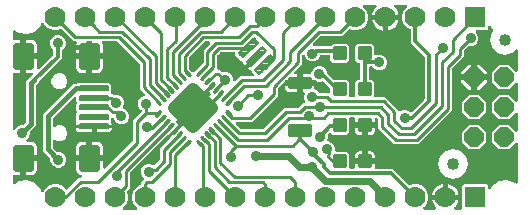
<source format=gbr>
G04 EAGLE Gerber RS-274X export*
G75*
%MOMM*%
%FSLAX34Y34*%
%LPD*%
%INTop Copper*%
%IPPOS*%
%AMOC8*
5,1,8,0,0,1.08239X$1,22.5*%
G01*
%ADD10C,0.304800*%
%ADD11C,0.152400*%
%ADD12C,0.533400*%
%ADD13C,0.210000*%
%ADD14R,1.778000X1.778000*%
%ADD15C,1.778000*%
%ADD16P,1.759533X8X112.500000*%
%ADD17C,1.016000*%
%ADD18C,0.360000*%
%ADD19C,0.224000*%
%ADD20C,0.976200*%
%ADD21C,0.254000*%
%ADD22C,0.906400*%
%ADD23C,0.406400*%
%ADD24C,0.609600*%
%ADD25C,0.355600*%

G36*
X27426Y17196D02*
X27426Y17196D01*
X27510Y17200D01*
X27582Y17223D01*
X27657Y17236D01*
X27733Y17270D01*
X27813Y17295D01*
X27878Y17335D01*
X27947Y17366D01*
X28012Y17419D01*
X28084Y17463D01*
X28136Y17518D01*
X28195Y17565D01*
X28246Y17632D01*
X28304Y17692D01*
X28341Y17758D01*
X28387Y17819D01*
X28458Y17964D01*
X28840Y18887D01*
X31913Y21960D01*
X35927Y23623D01*
X40273Y23623D01*
X44287Y21960D01*
X46641Y19606D01*
X46735Y19533D01*
X46824Y19455D01*
X46860Y19436D01*
X46892Y19411D01*
X47001Y19364D01*
X47107Y19310D01*
X47147Y19301D01*
X47184Y19285D01*
X47301Y19266D01*
X47417Y19240D01*
X47458Y19242D01*
X47498Y19235D01*
X47616Y19246D01*
X47735Y19250D01*
X47774Y19261D01*
X47814Y19265D01*
X47927Y19305D01*
X48041Y19338D01*
X48076Y19359D01*
X48114Y19373D01*
X48212Y19440D01*
X48315Y19500D01*
X48360Y19540D01*
X48377Y19551D01*
X48390Y19567D01*
X48436Y19606D01*
X58132Y29303D01*
X59704Y29303D01*
X59739Y29307D01*
X59773Y29305D01*
X59896Y29327D01*
X60019Y29343D01*
X60052Y29355D01*
X60086Y29362D01*
X60200Y29414D01*
X60315Y29460D01*
X60343Y29480D01*
X60375Y29495D01*
X60472Y29573D01*
X60572Y29646D01*
X60595Y29673D01*
X60622Y29696D01*
X60696Y29795D01*
X60775Y29891D01*
X60790Y29923D01*
X60811Y29951D01*
X60858Y30067D01*
X60911Y30179D01*
X60917Y30213D01*
X60931Y30246D01*
X60947Y30370D01*
X60971Y30491D01*
X60968Y30526D01*
X60973Y30561D01*
X60959Y30685D01*
X60951Y30809D01*
X60940Y30842D01*
X60936Y30877D01*
X60891Y30993D01*
X60853Y31111D01*
X60834Y31141D01*
X60821Y31174D01*
X60749Y31275D01*
X60683Y31380D01*
X60657Y31404D01*
X60637Y31433D01*
X60542Y31513D01*
X60451Y31598D01*
X60420Y31615D01*
X60394Y31637D01*
X60281Y31691D01*
X60172Y31752D01*
X60139Y31760D01*
X60107Y31775D01*
X59951Y31817D01*
X59270Y31952D01*
X58322Y32345D01*
X57469Y32915D01*
X56744Y33640D01*
X56174Y34493D01*
X55781Y35441D01*
X55581Y36447D01*
X55581Y43184D01*
X65742Y43184D01*
X65860Y43199D01*
X65979Y43206D01*
X66017Y43219D01*
X66057Y43224D01*
X66168Y43267D01*
X66281Y43304D01*
X66316Y43326D01*
X66353Y43341D01*
X66449Y43411D01*
X66550Y43474D01*
X66578Y43504D01*
X66610Y43528D01*
X66686Y43619D01*
X66768Y43706D01*
X66787Y43741D01*
X66813Y43772D01*
X66864Y43880D01*
X66921Y43984D01*
X66932Y44024D01*
X66949Y44060D01*
X66971Y44177D01*
X67001Y44292D01*
X67005Y44353D01*
X67009Y44373D01*
X67007Y44393D01*
X67011Y44453D01*
X67011Y45724D01*
X67013Y45724D01*
X67013Y44453D01*
X67028Y44335D01*
X67035Y44216D01*
X67048Y44178D01*
X67053Y44138D01*
X67097Y44026D01*
X67133Y43914D01*
X67155Y43879D01*
X67170Y43842D01*
X67240Y43746D01*
X67303Y43645D01*
X67333Y43617D01*
X67357Y43584D01*
X67448Y43509D01*
X67535Y43427D01*
X67570Y43407D01*
X67602Y43382D01*
X67709Y43331D01*
X67813Y43273D01*
X67853Y43263D01*
X67889Y43246D01*
X68006Y43224D01*
X68121Y43194D01*
X68182Y43190D01*
X68202Y43186D01*
X68222Y43188D01*
X68282Y43184D01*
X78443Y43184D01*
X78443Y38178D01*
X78460Y38040D01*
X78473Y37901D01*
X78480Y37882D01*
X78483Y37862D01*
X78534Y37733D01*
X78581Y37602D01*
X78592Y37585D01*
X78600Y37567D01*
X78681Y37454D01*
X78759Y37339D01*
X78775Y37326D01*
X78786Y37309D01*
X78894Y37220D01*
X78998Y37128D01*
X79016Y37119D01*
X79031Y37106D01*
X79157Y37047D01*
X79281Y36984D01*
X79301Y36979D01*
X79319Y36971D01*
X79455Y36945D01*
X79591Y36914D01*
X79612Y36915D01*
X79631Y36911D01*
X79770Y36920D01*
X79909Y36924D01*
X79929Y36930D01*
X79949Y36931D01*
X80081Y36974D01*
X80215Y37012D01*
X80232Y37023D01*
X80251Y37029D01*
X80369Y37103D01*
X80489Y37174D01*
X80510Y37192D01*
X80520Y37199D01*
X80534Y37214D01*
X80609Y37280D01*
X103326Y59996D01*
X103386Y60075D01*
X103454Y60147D01*
X103483Y60200D01*
X103520Y60248D01*
X103560Y60339D01*
X103608Y60425D01*
X103623Y60484D01*
X103647Y60539D01*
X103662Y60637D01*
X103687Y60733D01*
X103693Y60833D01*
X103697Y60854D01*
X103695Y60866D01*
X103697Y60894D01*
X103697Y77368D01*
X106004Y79674D01*
X111125Y84796D01*
X111198Y84890D01*
X111277Y84979D01*
X111295Y85015D01*
X111320Y85047D01*
X111367Y85157D01*
X111422Y85262D01*
X111430Y85302D01*
X111446Y85339D01*
X111465Y85457D01*
X111491Y85573D01*
X111490Y85613D01*
X111496Y85653D01*
X111485Y85772D01*
X111482Y85891D01*
X111470Y85930D01*
X111466Y85970D01*
X111426Y86082D01*
X111393Y86196D01*
X111373Y86231D01*
X111359Y86269D01*
X111292Y86368D01*
X111232Y86470D01*
X111192Y86515D01*
X111180Y86532D01*
X111165Y86546D01*
X111125Y86591D01*
X109435Y88281D01*
X108435Y90694D01*
X108435Y93306D01*
X109435Y95719D01*
X111281Y97565D01*
X113403Y98444D01*
X113446Y98469D01*
X113493Y98486D01*
X113584Y98547D01*
X113679Y98602D01*
X113715Y98636D01*
X113756Y98664D01*
X113829Y98747D01*
X113908Y98823D01*
X113934Y98865D01*
X113967Y98903D01*
X114017Y99001D01*
X114074Y99094D01*
X114089Y99142D01*
X114111Y99186D01*
X114135Y99293D01*
X114168Y99398D01*
X114170Y99448D01*
X114181Y99496D01*
X114178Y99606D01*
X114183Y99716D01*
X114173Y99764D01*
X114171Y99814D01*
X114141Y99920D01*
X114119Y100027D01*
X114097Y100072D01*
X114083Y100120D01*
X114027Y100214D01*
X113979Y100313D01*
X113947Y100351D01*
X113921Y100393D01*
X113815Y100514D01*
X109697Y104632D01*
X109697Y125136D01*
X109685Y125234D01*
X109682Y125333D01*
X109665Y125392D01*
X109657Y125452D01*
X109621Y125544D01*
X109593Y125639D01*
X109563Y125691D01*
X109540Y125747D01*
X109482Y125827D01*
X109432Y125913D01*
X109395Y125954D01*
X109393Y125958D01*
X109388Y125963D01*
X109366Y125988D01*
X109354Y126005D01*
X109344Y126013D01*
X109326Y126034D01*
X90698Y144662D01*
X90619Y144722D01*
X90547Y144790D01*
X90494Y144819D01*
X90446Y144856D01*
X90355Y144896D01*
X90269Y144944D01*
X90210Y144959D01*
X90155Y144983D01*
X90057Y144998D01*
X89961Y145023D01*
X89861Y145029D01*
X89840Y145033D01*
X89828Y145031D01*
X89800Y145033D01*
X79037Y145033D01*
X78988Y145027D01*
X78938Y145029D01*
X78831Y145007D01*
X78721Y144993D01*
X78675Y144975D01*
X78627Y144965D01*
X78528Y144917D01*
X78426Y144876D01*
X78386Y144847D01*
X78341Y144825D01*
X78257Y144754D01*
X78168Y144690D01*
X78137Y144651D01*
X78099Y144619D01*
X78036Y144529D01*
X77966Y144445D01*
X77944Y144400D01*
X77916Y144359D01*
X77877Y144256D01*
X77830Y144157D01*
X77821Y144108D01*
X77803Y144062D01*
X77791Y143952D01*
X77770Y143845D01*
X77773Y143795D01*
X77768Y143746D01*
X77783Y143637D01*
X77790Y143527D01*
X77805Y143480D01*
X77812Y143431D01*
X77864Y143278D01*
X78243Y142365D01*
X78443Y141359D01*
X78443Y134622D01*
X69551Y134622D01*
X69551Y143764D01*
X69536Y143882D01*
X69529Y144001D01*
X69516Y144039D01*
X69511Y144080D01*
X69467Y144190D01*
X69431Y144303D01*
X69409Y144338D01*
X69394Y144375D01*
X69324Y144471D01*
X69261Y144572D01*
X69231Y144600D01*
X69207Y144633D01*
X69116Y144709D01*
X69029Y144790D01*
X68994Y144810D01*
X68962Y144835D01*
X68855Y144886D01*
X68751Y144944D01*
X68711Y144954D01*
X68675Y144971D01*
X68558Y144993D01*
X68443Y145023D01*
X68382Y145027D01*
X68362Y145031D01*
X68342Y145029D01*
X68282Y145033D01*
X65742Y145033D01*
X65624Y145018D01*
X65505Y145011D01*
X65467Y144998D01*
X65427Y144993D01*
X65316Y144950D01*
X65203Y144913D01*
X65168Y144891D01*
X65131Y144876D01*
X65035Y144807D01*
X64934Y144743D01*
X64906Y144713D01*
X64873Y144690D01*
X64798Y144598D01*
X64716Y144511D01*
X64696Y144476D01*
X64671Y144445D01*
X64620Y144337D01*
X64562Y144233D01*
X64552Y144193D01*
X64535Y144157D01*
X64513Y144040D01*
X64483Y143925D01*
X64479Y143865D01*
X64475Y143845D01*
X64477Y143824D01*
X64473Y143764D01*
X64473Y134622D01*
X55581Y134622D01*
X55581Y141359D01*
X55781Y142365D01*
X56160Y143278D01*
X56173Y143326D01*
X56194Y143371D01*
X56215Y143479D01*
X56244Y143585D01*
X56244Y143635D01*
X56254Y143684D01*
X56247Y143793D01*
X56249Y143903D01*
X56237Y143951D01*
X56234Y144001D01*
X56200Y144105D01*
X56175Y144212D01*
X56151Y144256D01*
X56136Y144303D01*
X56077Y144396D01*
X56026Y144493D01*
X55992Y144530D01*
X55966Y144572D01*
X55886Y144647D01*
X55812Y144729D01*
X55770Y144756D01*
X55734Y144790D01*
X55638Y144843D01*
X55546Y144903D01*
X55499Y144920D01*
X55456Y144944D01*
X55349Y144971D01*
X55245Y145007D01*
X55196Y145011D01*
X55148Y145023D01*
X54987Y145033D01*
X53496Y145033D01*
X43757Y154772D01*
X43733Y154791D01*
X43714Y154813D01*
X43608Y154888D01*
X43506Y154967D01*
X43478Y154979D01*
X43454Y154996D01*
X43333Y155042D01*
X43214Y155094D01*
X43185Y155098D01*
X43157Y155109D01*
X43028Y155123D01*
X42900Y155144D01*
X42870Y155141D01*
X42841Y155144D01*
X42712Y155126D01*
X42583Y155114D01*
X42555Y155104D01*
X42526Y155100D01*
X42374Y155048D01*
X40273Y154177D01*
X35927Y154177D01*
X31913Y155840D01*
X28840Y158913D01*
X28458Y159836D01*
X28420Y159902D01*
X28391Y159973D01*
X28342Y160040D01*
X28300Y160113D01*
X28247Y160167D01*
X28202Y160228D01*
X28137Y160281D01*
X28079Y160341D01*
X28014Y160381D01*
X27955Y160429D01*
X27879Y160464D01*
X27808Y160507D01*
X27735Y160530D01*
X27666Y160561D01*
X27584Y160576D01*
X27504Y160601D01*
X27428Y160605D01*
X27353Y160618D01*
X27270Y160612D01*
X27186Y160616D01*
X27112Y160601D01*
X27036Y160595D01*
X26957Y160569D01*
X26875Y160552D01*
X26806Y160519D01*
X26735Y160494D01*
X26664Y160449D01*
X26589Y160412D01*
X26531Y160363D01*
X26467Y160322D01*
X26411Y160260D01*
X26347Y160206D01*
X26303Y160144D01*
X26252Y160088D01*
X26212Y160014D01*
X26164Y159946D01*
X26137Y159875D01*
X26101Y159808D01*
X26053Y159655D01*
X25712Y158271D01*
X21048Y153006D01*
X14471Y150512D01*
X7489Y151360D01*
X4023Y153753D01*
X4001Y153764D01*
X3983Y153780D01*
X3861Y153837D01*
X3741Y153899D01*
X3717Y153905D01*
X3695Y153915D01*
X3563Y153940D01*
X3431Y153971D01*
X3406Y153970D01*
X3382Y153975D01*
X3248Y153966D01*
X3113Y153963D01*
X3089Y153957D01*
X3065Y153955D01*
X2937Y153914D01*
X2807Y153877D01*
X2786Y153865D01*
X2763Y153857D01*
X2649Y153785D01*
X2532Y153717D01*
X2515Y153700D01*
X2494Y153687D01*
X2401Y153589D01*
X2305Y153494D01*
X2293Y153473D01*
X2276Y153455D01*
X2211Y153337D01*
X2141Y153222D01*
X2134Y153198D01*
X2122Y153177D01*
X2089Y153046D01*
X2050Y152917D01*
X2049Y152892D01*
X2043Y152869D01*
X2033Y152708D01*
X2033Y147130D01*
X2043Y147046D01*
X2044Y146962D01*
X2063Y146889D01*
X2073Y146815D01*
X2104Y146736D01*
X2125Y146655D01*
X2162Y146589D01*
X2190Y146519D01*
X2239Y146451D01*
X2280Y146377D01*
X2332Y146323D01*
X2376Y146262D01*
X2442Y146208D01*
X2500Y146147D01*
X2563Y146107D01*
X2621Y146059D01*
X2698Y146023D01*
X2769Y145978D01*
X2841Y145955D01*
X2909Y145923D01*
X2992Y145907D01*
X3073Y145882D01*
X3148Y145878D01*
X3221Y145864D01*
X3306Y145869D01*
X3390Y145864D01*
X3530Y145883D01*
X3539Y145883D01*
X3542Y145884D01*
X3550Y145885D01*
X4396Y146054D01*
X8593Y146054D01*
X8593Y133353D01*
X8608Y133235D01*
X8615Y133116D01*
X8628Y133078D01*
X8633Y133038D01*
X8676Y132927D01*
X8713Y132814D01*
X8735Y132779D01*
X8750Y132742D01*
X8820Y132646D01*
X8883Y132545D01*
X8913Y132517D01*
X8937Y132485D01*
X9028Y132409D01*
X9115Y132327D01*
X9150Y132308D01*
X9181Y132282D01*
X9289Y132231D01*
X9393Y132174D01*
X9433Y132163D01*
X9469Y132146D01*
X9586Y132124D01*
X9701Y132094D01*
X9762Y132090D01*
X9782Y132086D01*
X9802Y132088D01*
X9862Y132084D01*
X11133Y132084D01*
X11133Y132082D01*
X9862Y132082D01*
X9744Y132067D01*
X9625Y132060D01*
X9587Y132047D01*
X9547Y132042D01*
X9436Y131998D01*
X9323Y131962D01*
X9288Y131940D01*
X9251Y131925D01*
X9155Y131855D01*
X9054Y131792D01*
X9026Y131762D01*
X8993Y131738D01*
X8918Y131647D01*
X8836Y131560D01*
X8816Y131525D01*
X8791Y131493D01*
X8740Y131386D01*
X8682Y131282D01*
X8672Y131242D01*
X8655Y131206D01*
X8633Y131089D01*
X8603Y130974D01*
X8599Y130913D01*
X8595Y130893D01*
X8597Y130873D01*
X8593Y130813D01*
X8593Y118112D01*
X4396Y118112D01*
X3550Y118281D01*
X3465Y118287D01*
X3382Y118302D01*
X3307Y118298D01*
X3232Y118303D01*
X3149Y118288D01*
X3065Y118283D01*
X2994Y118260D01*
X2920Y118246D01*
X2843Y118211D01*
X2763Y118185D01*
X2699Y118144D01*
X2631Y118113D01*
X2565Y118060D01*
X2494Y118015D01*
X2442Y117960D01*
X2384Y117912D01*
X2334Y117844D01*
X2276Y117783D01*
X2240Y117717D01*
X2195Y117657D01*
X2163Y117578D01*
X2122Y117504D01*
X2104Y117432D01*
X2075Y117362D01*
X2064Y117278D01*
X2043Y117196D01*
X2034Y117056D01*
X2033Y117047D01*
X2033Y117043D01*
X2033Y117036D01*
X2033Y71224D01*
X2041Y71155D01*
X2040Y71085D01*
X2061Y70998D01*
X2073Y70909D01*
X2098Y70844D01*
X2115Y70776D01*
X2157Y70697D01*
X2190Y70613D01*
X2231Y70557D01*
X2263Y70495D01*
X2324Y70429D01*
X2376Y70356D01*
X2430Y70311D01*
X2477Y70260D01*
X2552Y70210D01*
X2621Y70153D01*
X2685Y70123D01*
X2743Y70085D01*
X2828Y70056D01*
X2909Y70017D01*
X2978Y70004D01*
X3044Y69982D01*
X3133Y69975D01*
X3221Y69958D01*
X3291Y69962D01*
X3361Y69957D01*
X3449Y69972D01*
X3539Y69977D01*
X3605Y69999D01*
X3674Y70011D01*
X3756Y70048D01*
X3841Y70075D01*
X3900Y70113D01*
X3964Y70142D01*
X4034Y70197D01*
X4110Y70246D01*
X4158Y70297D01*
X4212Y70340D01*
X4266Y70412D01*
X4328Y70477D01*
X4362Y70538D01*
X4404Y70594D01*
X4475Y70739D01*
X4595Y71029D01*
X6441Y72875D01*
X8854Y73875D01*
X10451Y73875D01*
X10549Y73887D01*
X10648Y73890D01*
X10706Y73907D01*
X10766Y73915D01*
X10858Y73951D01*
X10953Y73979D01*
X11005Y74009D01*
X11062Y74032D01*
X11142Y74090D01*
X11227Y74140D01*
X11303Y74206D01*
X11319Y74218D01*
X11327Y74228D01*
X11348Y74246D01*
X13344Y76242D01*
X13404Y76320D01*
X13472Y76392D01*
X13501Y76445D01*
X13538Y76493D01*
X13578Y76584D01*
X13626Y76671D01*
X13641Y76729D01*
X13665Y76785D01*
X13680Y76883D01*
X13705Y76979D01*
X13711Y77079D01*
X13715Y77099D01*
X13713Y77111D01*
X13715Y77139D01*
X13715Y110904D01*
X16468Y113656D01*
X18757Y115946D01*
X18842Y116055D01*
X18931Y116162D01*
X18940Y116181D01*
X18952Y116197D01*
X19008Y116325D01*
X19067Y116450D01*
X19070Y116470D01*
X19078Y116489D01*
X19100Y116627D01*
X19126Y116763D01*
X19125Y116783D01*
X19128Y116803D01*
X19115Y116942D01*
X19107Y117080D01*
X19100Y117099D01*
X19098Y117119D01*
X19051Y117251D01*
X19009Y117382D01*
X18998Y117400D01*
X18991Y117419D01*
X18913Y117534D01*
X18838Y117651D01*
X18824Y117665D01*
X18812Y117682D01*
X18708Y117774D01*
X18607Y117869D01*
X18589Y117879D01*
X18574Y117892D01*
X18450Y117956D01*
X18328Y118023D01*
X18309Y118028D01*
X18291Y118037D01*
X18155Y118067D01*
X18020Y118102D01*
X17992Y118104D01*
X17980Y118107D01*
X17960Y118106D01*
X17860Y118112D01*
X13671Y118112D01*
X13671Y129544D01*
X22563Y129544D01*
X22563Y122807D01*
X22531Y122648D01*
X22524Y122543D01*
X22507Y122440D01*
X22512Y122385D01*
X22509Y122330D01*
X22527Y122228D01*
X22537Y122124D01*
X22556Y122072D01*
X22566Y122018D01*
X22609Y121923D01*
X22645Y121824D01*
X22676Y121779D01*
X22699Y121729D01*
X22765Y121648D01*
X22823Y121561D01*
X22865Y121525D01*
X22899Y121482D01*
X22983Y121420D01*
X23062Y121351D01*
X23111Y121326D01*
X23155Y121293D01*
X23252Y121254D01*
X23345Y121206D01*
X23399Y121194D01*
X23450Y121173D01*
X23553Y121159D01*
X23655Y121137D01*
X23710Y121138D01*
X23765Y121131D01*
X23868Y121143D01*
X23973Y121146D01*
X24026Y121162D01*
X24081Y121168D01*
X24178Y121206D01*
X24279Y121235D01*
X24326Y121263D01*
X24378Y121282D01*
X24463Y121343D01*
X24553Y121396D01*
X24619Y121455D01*
X24636Y121467D01*
X24646Y121479D01*
X24673Y121503D01*
X36204Y133033D01*
X36264Y133111D01*
X36332Y133183D01*
X36361Y133236D01*
X36398Y133284D01*
X36438Y133375D01*
X36486Y133462D01*
X36501Y133520D01*
X36525Y133576D01*
X36540Y133674D01*
X36565Y133770D01*
X36571Y133870D01*
X36575Y133890D01*
X36573Y133902D01*
X36575Y133930D01*
X36575Y137257D01*
X36563Y137355D01*
X36560Y137454D01*
X36543Y137512D01*
X36535Y137573D01*
X36499Y137665D01*
X36471Y137760D01*
X36441Y137812D01*
X36418Y137868D01*
X36360Y137948D01*
X36310Y138034D01*
X36244Y138109D01*
X36232Y138126D01*
X36222Y138133D01*
X36204Y138155D01*
X34821Y139537D01*
X33821Y141950D01*
X33821Y144562D01*
X34821Y146975D01*
X36667Y148821D01*
X39080Y149821D01*
X41692Y149821D01*
X44105Y148821D01*
X45951Y146975D01*
X46951Y144562D01*
X46951Y141950D01*
X45951Y139537D01*
X44568Y138155D01*
X44508Y138076D01*
X44440Y138004D01*
X44411Y137951D01*
X44374Y137903D01*
X44334Y137812D01*
X44286Y137726D01*
X44271Y137667D01*
X44247Y137611D01*
X44232Y137513D01*
X44207Y137418D01*
X44201Y137318D01*
X44197Y137297D01*
X44199Y137285D01*
X44197Y137257D01*
X44197Y130248D01*
X24756Y110807D01*
X24696Y110729D01*
X24628Y110657D01*
X24605Y110616D01*
X24592Y110600D01*
X24586Y110588D01*
X24562Y110556D01*
X24522Y110465D01*
X24474Y110378D01*
X24459Y110320D01*
X24435Y110264D01*
X24420Y110166D01*
X24401Y110092D01*
X22216Y107908D01*
X22156Y107830D01*
X22088Y107758D01*
X22059Y107705D01*
X22022Y107657D01*
X21982Y107566D01*
X21934Y107479D01*
X21919Y107421D01*
X21895Y107365D01*
X21880Y107267D01*
X21855Y107171D01*
X21849Y107071D01*
X21845Y107051D01*
X21847Y107039D01*
X21845Y107011D01*
X21845Y73246D01*
X17096Y68498D01*
X17036Y68420D01*
X16968Y68348D01*
X16939Y68295D01*
X16902Y68247D01*
X16862Y68156D01*
X16814Y68069D01*
X16799Y68011D01*
X16775Y67955D01*
X16760Y67857D01*
X16735Y67761D01*
X16729Y67661D01*
X16725Y67641D01*
X16727Y67629D01*
X16725Y67601D01*
X16725Y66004D01*
X15725Y63591D01*
X13994Y61860D01*
X13909Y61751D01*
X13821Y61644D01*
X13812Y61625D01*
X13799Y61609D01*
X13744Y61481D01*
X13685Y61356D01*
X13681Y61336D01*
X13673Y61317D01*
X13651Y61179D01*
X13625Y61043D01*
X13626Y61023D01*
X13623Y61003D01*
X13636Y60864D01*
X13645Y60726D01*
X13651Y60707D01*
X13653Y60687D01*
X13700Y60555D01*
X13743Y60424D01*
X13754Y60406D01*
X13761Y60387D01*
X13839Y60272D01*
X13913Y60155D01*
X13928Y60141D01*
X13939Y60124D01*
X14044Y60032D01*
X14145Y59937D01*
X14162Y59927D01*
X14178Y59914D01*
X14302Y59850D01*
X14423Y59783D01*
X14443Y59778D01*
X14461Y59769D01*
X14597Y59739D01*
X14731Y59704D01*
X14759Y59702D01*
X14771Y59699D01*
X14792Y59700D01*
X14892Y59694D01*
X17868Y59694D01*
X18874Y59494D01*
X19822Y59101D01*
X20675Y58531D01*
X21400Y57806D01*
X21970Y56953D01*
X22363Y56005D01*
X22563Y54999D01*
X22563Y48262D01*
X12402Y48262D01*
X12284Y48247D01*
X12165Y48240D01*
X12127Y48227D01*
X12087Y48222D01*
X11976Y48178D01*
X11863Y48142D01*
X11828Y48120D01*
X11791Y48105D01*
X11695Y48035D01*
X11594Y47972D01*
X11566Y47942D01*
X11534Y47918D01*
X11458Y47827D01*
X11376Y47740D01*
X11357Y47705D01*
X11331Y47673D01*
X11280Y47566D01*
X11223Y47462D01*
X11212Y47422D01*
X11195Y47386D01*
X11173Y47269D01*
X11143Y47154D01*
X11139Y47093D01*
X11135Y47073D01*
X11137Y47053D01*
X11133Y46993D01*
X11133Y45722D01*
X9862Y45722D01*
X9744Y45707D01*
X9625Y45700D01*
X9587Y45687D01*
X9547Y45682D01*
X9436Y45638D01*
X9323Y45602D01*
X9288Y45580D01*
X9251Y45565D01*
X9155Y45495D01*
X9054Y45432D01*
X9026Y45402D01*
X8993Y45378D01*
X8918Y45287D01*
X8836Y45200D01*
X8816Y45165D01*
X8791Y45133D01*
X8740Y45026D01*
X8682Y44922D01*
X8672Y44882D01*
X8655Y44846D01*
X8633Y44729D01*
X8603Y44614D01*
X8599Y44553D01*
X8595Y44533D01*
X8597Y44513D01*
X8593Y44453D01*
X8593Y31752D01*
X4396Y31752D01*
X3550Y31921D01*
X3465Y31927D01*
X3382Y31942D01*
X3307Y31938D01*
X3232Y31943D01*
X3149Y31928D01*
X3065Y31923D01*
X2994Y31900D01*
X2920Y31886D01*
X2843Y31851D01*
X2763Y31825D01*
X2699Y31784D01*
X2631Y31753D01*
X2565Y31700D01*
X2494Y31655D01*
X2442Y31600D01*
X2384Y31552D01*
X2334Y31484D01*
X2276Y31423D01*
X2240Y31357D01*
X2195Y31297D01*
X2163Y31218D01*
X2122Y31144D01*
X2104Y31072D01*
X2075Y31002D01*
X2064Y30918D01*
X2043Y30836D01*
X2034Y30696D01*
X2033Y30687D01*
X2033Y30683D01*
X2033Y30676D01*
X2033Y25092D01*
X2036Y25068D01*
X2034Y25043D01*
X2056Y24910D01*
X2073Y24776D01*
X2082Y24754D01*
X2086Y24730D01*
X2140Y24606D01*
X2190Y24481D01*
X2204Y24461D01*
X2214Y24439D01*
X2297Y24333D01*
X2376Y24223D01*
X2395Y24208D01*
X2410Y24189D01*
X2517Y24107D01*
X2621Y24020D01*
X2643Y24010D01*
X2663Y23995D01*
X2788Y23942D01*
X2909Y23885D01*
X2933Y23880D01*
X2956Y23871D01*
X3089Y23850D01*
X3221Y23825D01*
X3246Y23827D01*
X3270Y23823D01*
X3404Y23837D01*
X3539Y23845D01*
X3562Y23852D01*
X3586Y23855D01*
X3713Y23901D01*
X3841Y23943D01*
X3862Y23956D01*
X3885Y23964D01*
X4023Y24047D01*
X7489Y26440D01*
X14471Y27288D01*
X21048Y24794D01*
X25712Y19529D01*
X26053Y18145D01*
X26080Y18075D01*
X26097Y18001D01*
X26137Y17927D01*
X26167Y17849D01*
X26211Y17787D01*
X26246Y17720D01*
X26303Y17658D01*
X26351Y17590D01*
X26409Y17541D01*
X26460Y17485D01*
X26530Y17438D01*
X26594Y17384D01*
X26662Y17351D01*
X26726Y17310D01*
X26805Y17283D01*
X26881Y17246D01*
X26955Y17231D01*
X27027Y17207D01*
X27110Y17200D01*
X27192Y17183D01*
X27268Y17187D01*
X27344Y17181D01*
X27426Y17196D01*
G37*
G36*
X359517Y2257D02*
X359517Y2257D01*
X359653Y2274D01*
X359790Y2287D01*
X359810Y2295D01*
X359832Y2298D01*
X359960Y2348D01*
X360089Y2395D01*
X360107Y2407D01*
X360128Y2415D01*
X360239Y2496D01*
X360352Y2574D01*
X360367Y2590D01*
X360385Y2603D01*
X360472Y2709D01*
X360563Y2812D01*
X360573Y2832D01*
X360587Y2849D01*
X360645Y2973D01*
X360707Y3095D01*
X360712Y3117D01*
X360721Y3137D01*
X360747Y3272D01*
X360777Y3405D01*
X360776Y3427D01*
X360780Y3449D01*
X360771Y3586D01*
X360767Y3723D01*
X360761Y3745D01*
X360760Y3766D01*
X360717Y3897D01*
X360679Y4029D01*
X360668Y4048D01*
X360661Y4069D01*
X360587Y4184D01*
X360517Y4303D01*
X360497Y4326D01*
X360490Y4337D01*
X360475Y4351D01*
X360411Y4424D01*
X359581Y5253D01*
X358523Y6709D01*
X357707Y8312D01*
X357151Y10023D01*
X357089Y10415D01*
X367284Y10415D01*
X367402Y10430D01*
X367521Y10437D01*
X367559Y10449D01*
X367599Y10455D01*
X367710Y10498D01*
X367823Y10535D01*
X367857Y10557D01*
X367895Y10572D01*
X367991Y10641D01*
X368092Y10705D01*
X368120Y10735D01*
X368152Y10758D01*
X368228Y10850D01*
X368303Y10930D01*
X368337Y10876D01*
X368367Y10848D01*
X368391Y10815D01*
X368482Y10739D01*
X368569Y10658D01*
X368604Y10638D01*
X368636Y10613D01*
X368743Y10562D01*
X368848Y10504D01*
X368887Y10494D01*
X368923Y10477D01*
X369040Y10455D01*
X369156Y10425D01*
X369216Y10421D01*
X369236Y10417D01*
X369256Y10419D01*
X369316Y10415D01*
X379511Y10415D01*
X379449Y10023D01*
X378893Y8312D01*
X378077Y6709D01*
X377019Y5253D01*
X376238Y4472D01*
X376152Y4361D01*
X376062Y4252D01*
X376054Y4236D01*
X376043Y4221D01*
X375987Y4092D01*
X375927Y3964D01*
X375924Y3946D01*
X375916Y3929D01*
X375894Y3790D01*
X375868Y3652D01*
X375870Y3633D01*
X375867Y3615D01*
X375880Y3474D01*
X375889Y3334D01*
X375895Y3317D01*
X375896Y3298D01*
X375944Y3166D01*
X375988Y3032D01*
X375998Y3017D01*
X376004Y2999D01*
X376083Y2883D01*
X376159Y2764D01*
X376172Y2751D01*
X376183Y2736D01*
X376288Y2643D01*
X376391Y2547D01*
X376407Y2538D01*
X376421Y2526D01*
X376546Y2462D01*
X376670Y2394D01*
X376688Y2389D01*
X376704Y2381D01*
X376842Y2350D01*
X376978Y2315D01*
X377004Y2314D01*
X377015Y2311D01*
X377034Y2312D01*
X377139Y2306D01*
X381512Y2318D01*
X381628Y2333D01*
X381745Y2340D01*
X381785Y2353D01*
X381827Y2358D01*
X381936Y2402D01*
X382047Y2438D01*
X382083Y2461D01*
X382122Y2476D01*
X382217Y2545D01*
X382316Y2608D01*
X382345Y2639D01*
X382379Y2664D01*
X382454Y2754D01*
X382534Y2840D01*
X382554Y2877D01*
X382581Y2909D01*
X382631Y3016D01*
X382688Y3118D01*
X382698Y3159D01*
X382716Y3197D01*
X382738Y3313D01*
X382767Y3426D01*
X382771Y3489D01*
X382775Y3510D01*
X382774Y3530D01*
X382777Y3587D01*
X382777Y22432D01*
X383968Y23623D01*
X403432Y23623D01*
X404623Y22432D01*
X404623Y20967D01*
X404624Y20955D01*
X404623Y20943D01*
X404644Y20797D01*
X404663Y20651D01*
X404667Y20640D01*
X404669Y20628D01*
X404726Y20492D01*
X404780Y20356D01*
X404787Y20346D01*
X404791Y20335D01*
X404880Y20217D01*
X404966Y20098D01*
X404976Y20091D01*
X404983Y20081D01*
X405098Y19990D01*
X405211Y19896D01*
X405223Y19890D01*
X405232Y19883D01*
X405367Y19823D01*
X405499Y19760D01*
X405511Y19758D01*
X405522Y19753D01*
X405668Y19728D01*
X405811Y19700D01*
X405824Y19701D01*
X405836Y19699D01*
X405983Y19711D01*
X406129Y19720D01*
X406140Y19724D01*
X406153Y19725D01*
X406292Y19773D01*
X406431Y19818D01*
X406442Y19825D01*
X406453Y19829D01*
X406576Y19910D01*
X406700Y19988D01*
X406708Y19997D01*
X406719Y20004D01*
X406817Y20113D01*
X406918Y20220D01*
X406924Y20231D01*
X406932Y20240D01*
X407016Y20377D01*
X408101Y22444D01*
X413889Y26440D01*
X420871Y27288D01*
X427448Y24794D01*
X427548Y24680D01*
X427562Y24668D01*
X427572Y24653D01*
X427681Y24563D01*
X427787Y24470D01*
X427803Y24462D01*
X427817Y24450D01*
X427945Y24390D01*
X428071Y24327D01*
X428089Y24323D01*
X428105Y24315D01*
X428244Y24288D01*
X428381Y24258D01*
X428399Y24259D01*
X428418Y24255D01*
X428558Y24264D01*
X428699Y24269D01*
X428717Y24274D01*
X428735Y24275D01*
X428869Y24318D01*
X429004Y24358D01*
X429020Y24367D01*
X429037Y24373D01*
X429157Y24448D01*
X429278Y24520D01*
X429291Y24533D01*
X429306Y24543D01*
X429403Y24646D01*
X429502Y24746D01*
X429511Y24761D01*
X429524Y24775D01*
X429592Y24898D01*
X429664Y25020D01*
X429669Y25037D01*
X429678Y25053D01*
X429713Y25189D01*
X429752Y25325D01*
X429752Y25343D01*
X429757Y25361D01*
X429767Y25522D01*
X429767Y57750D01*
X429750Y57887D01*
X429737Y58026D01*
X429730Y58045D01*
X429727Y58065D01*
X429676Y58194D01*
X429629Y58325D01*
X429618Y58342D01*
X429610Y58361D01*
X429529Y58473D01*
X429451Y58588D01*
X429435Y58602D01*
X429424Y58618D01*
X429316Y58707D01*
X429212Y58799D01*
X429194Y58808D01*
X429179Y58821D01*
X429053Y58880D01*
X428929Y58943D01*
X428909Y58948D01*
X428891Y58957D01*
X428755Y58983D01*
X428619Y59013D01*
X428598Y59012D01*
X428579Y59016D01*
X428440Y59008D01*
X428301Y59003D01*
X428281Y58998D01*
X428261Y58997D01*
X428129Y58954D01*
X427995Y58915D01*
X427978Y58905D01*
X427959Y58899D01*
X427841Y58824D01*
X427721Y58753D01*
X427700Y58735D01*
X427690Y58728D01*
X427676Y58713D01*
X427601Y58647D01*
X422293Y53339D01*
X413875Y53339D01*
X407923Y59291D01*
X407923Y67709D01*
X413875Y73661D01*
X422293Y73661D01*
X427601Y68353D01*
X427698Y68277D01*
X427699Y68277D01*
X427710Y68268D01*
X427817Y68179D01*
X427836Y68170D01*
X427852Y68158D01*
X427980Y68103D01*
X428105Y68043D01*
X428125Y68040D01*
X428144Y68032D01*
X428282Y68010D01*
X428418Y67984D01*
X428438Y67985D01*
X428458Y67982D01*
X428597Y67995D01*
X428735Y68003D01*
X428754Y68010D01*
X428774Y68012D01*
X428906Y68059D01*
X429037Y68101D01*
X429055Y68112D01*
X429074Y68119D01*
X429189Y68197D01*
X429306Y68272D01*
X429320Y68286D01*
X429337Y68298D01*
X429429Y68402D01*
X429524Y68503D01*
X429534Y68521D01*
X429547Y68536D01*
X429611Y68660D01*
X429678Y68782D01*
X429683Y68801D01*
X429692Y68819D01*
X429722Y68955D01*
X429757Y69090D01*
X429759Y69118D01*
X429762Y69130D01*
X429761Y69150D01*
X429767Y69250D01*
X429767Y83150D01*
X429750Y83287D01*
X429737Y83426D01*
X429730Y83445D01*
X429727Y83465D01*
X429676Y83594D01*
X429629Y83725D01*
X429618Y83742D01*
X429610Y83761D01*
X429529Y83873D01*
X429451Y83988D01*
X429435Y84002D01*
X429424Y84018D01*
X429316Y84107D01*
X429212Y84199D01*
X429194Y84208D01*
X429179Y84221D01*
X429053Y84280D01*
X428929Y84343D01*
X428909Y84348D01*
X428891Y84357D01*
X428755Y84383D01*
X428619Y84413D01*
X428598Y84412D01*
X428579Y84416D01*
X428440Y84408D01*
X428301Y84403D01*
X428281Y84398D01*
X428261Y84397D01*
X428129Y84354D01*
X427995Y84315D01*
X427978Y84305D01*
X427959Y84299D01*
X427841Y84224D01*
X427721Y84153D01*
X427700Y84135D01*
X427690Y84128D01*
X427676Y84113D01*
X427601Y84047D01*
X422293Y78739D01*
X413875Y78739D01*
X407923Y84691D01*
X407923Y93109D01*
X413875Y99061D01*
X422293Y99061D01*
X427601Y93753D01*
X427692Y93682D01*
X427713Y93662D01*
X427725Y93655D01*
X427817Y93579D01*
X427836Y93570D01*
X427852Y93558D01*
X427980Y93503D01*
X428105Y93443D01*
X428125Y93440D01*
X428144Y93432D01*
X428282Y93410D01*
X428418Y93384D01*
X428438Y93385D01*
X428458Y93382D01*
X428597Y93395D01*
X428735Y93403D01*
X428754Y93410D01*
X428774Y93412D01*
X428906Y93459D01*
X429037Y93501D01*
X429055Y93512D01*
X429074Y93519D01*
X429189Y93597D01*
X429306Y93672D01*
X429320Y93686D01*
X429337Y93698D01*
X429429Y93802D01*
X429524Y93903D01*
X429534Y93921D01*
X429547Y93936D01*
X429611Y94060D01*
X429678Y94182D01*
X429683Y94201D01*
X429692Y94219D01*
X429722Y94355D01*
X429757Y94490D01*
X429759Y94518D01*
X429762Y94530D01*
X429761Y94550D01*
X429764Y94606D01*
X429765Y94607D01*
X429765Y94609D01*
X429767Y94650D01*
X429767Y108550D01*
X429750Y108687D01*
X429737Y108826D01*
X429730Y108845D01*
X429727Y108865D01*
X429676Y108994D01*
X429629Y109125D01*
X429618Y109142D01*
X429610Y109161D01*
X429529Y109273D01*
X429451Y109388D01*
X429435Y109402D01*
X429424Y109418D01*
X429316Y109507D01*
X429212Y109599D01*
X429194Y109608D01*
X429179Y109621D01*
X429053Y109680D01*
X428929Y109743D01*
X428909Y109748D01*
X428891Y109757D01*
X428755Y109783D01*
X428619Y109813D01*
X428598Y109812D01*
X428579Y109816D01*
X428440Y109808D01*
X428301Y109803D01*
X428281Y109798D01*
X428261Y109797D01*
X428129Y109754D01*
X427995Y109715D01*
X427978Y109705D01*
X427959Y109699D01*
X427841Y109624D01*
X427721Y109553D01*
X427700Y109535D01*
X427690Y109528D01*
X427676Y109513D01*
X427601Y109447D01*
X422293Y104139D01*
X413875Y104139D01*
X407923Y110091D01*
X407923Y118509D01*
X413875Y124461D01*
X422293Y124461D01*
X427601Y119153D01*
X427687Y119086D01*
X427728Y119047D01*
X427750Y119035D01*
X427817Y118979D01*
X427836Y118970D01*
X427852Y118958D01*
X427980Y118903D01*
X428105Y118843D01*
X428125Y118840D01*
X428144Y118832D01*
X428282Y118810D01*
X428418Y118784D01*
X428438Y118785D01*
X428458Y118782D01*
X428597Y118795D01*
X428735Y118803D01*
X428754Y118810D01*
X428774Y118812D01*
X428906Y118859D01*
X429037Y118901D01*
X429055Y118912D01*
X429074Y118919D01*
X429189Y118997D01*
X429306Y119072D01*
X429320Y119086D01*
X429337Y119098D01*
X429429Y119202D01*
X429524Y119303D01*
X429534Y119321D01*
X429547Y119336D01*
X429611Y119460D01*
X429678Y119582D01*
X429683Y119601D01*
X429692Y119619D01*
X429722Y119755D01*
X429757Y119890D01*
X429759Y119918D01*
X429762Y119930D01*
X429761Y119950D01*
X429763Y119984D01*
X429765Y119992D01*
X429764Y120001D01*
X429767Y120050D01*
X429767Y136664D01*
X429750Y136802D01*
X429737Y136940D01*
X429730Y136959D01*
X429727Y136979D01*
X429676Y137108D01*
X429629Y137239D01*
X429618Y137256D01*
X429610Y137275D01*
X429529Y137387D01*
X429451Y137503D01*
X429435Y137516D01*
X429424Y137532D01*
X429316Y137621D01*
X429212Y137713D01*
X429194Y137722D01*
X429179Y137735D01*
X429053Y137794D01*
X428929Y137858D01*
X428909Y137862D01*
X428891Y137871D01*
X428754Y137897D01*
X428619Y137927D01*
X428598Y137927D01*
X428579Y137930D01*
X428440Y137922D01*
X428301Y137918D01*
X428281Y137912D01*
X428261Y137911D01*
X428129Y137868D01*
X427995Y137829D01*
X427978Y137819D01*
X427959Y137813D01*
X427841Y137738D01*
X427721Y137668D01*
X427700Y137649D01*
X427690Y137643D01*
X427676Y137628D01*
X427601Y137561D01*
X425157Y135118D01*
X418846Y133427D01*
X412535Y135118D01*
X407914Y139739D01*
X406223Y146050D01*
X407914Y152362D01*
X408685Y153132D01*
X408731Y153191D01*
X408784Y153244D01*
X408828Y153317D01*
X408880Y153383D01*
X408909Y153452D01*
X408948Y153516D01*
X408973Y153598D01*
X409006Y153675D01*
X409018Y153749D01*
X409039Y153821D01*
X409043Y153905D01*
X409056Y153989D01*
X409049Y154064D01*
X409052Y154139D01*
X409034Y154222D01*
X409026Y154306D01*
X409001Y154376D01*
X408985Y154450D01*
X408947Y154525D01*
X408919Y154605D01*
X408876Y154667D01*
X408843Y154734D01*
X408788Y154798D01*
X408740Y154868D01*
X408684Y154918D01*
X408635Y154975D01*
X408508Y155074D01*
X408101Y155356D01*
X407016Y157423D01*
X407009Y157433D01*
X407004Y157444D01*
X406918Y157563D01*
X406834Y157684D01*
X406825Y157692D01*
X406818Y157702D01*
X406704Y157795D01*
X406593Y157891D01*
X406582Y157897D01*
X406573Y157904D01*
X406440Y157967D01*
X406308Y158032D01*
X406296Y158035D01*
X406285Y158040D01*
X406142Y158067D01*
X405997Y158098D01*
X405984Y158097D01*
X405972Y158100D01*
X405827Y158091D01*
X405679Y158084D01*
X405667Y158081D01*
X405655Y158080D01*
X405515Y158035D01*
X405375Y157992D01*
X405364Y157986D01*
X405353Y157982D01*
X405228Y157903D01*
X405103Y157827D01*
X405094Y157818D01*
X405084Y157812D01*
X404983Y157705D01*
X404880Y157600D01*
X404874Y157589D01*
X404866Y157580D01*
X404795Y157452D01*
X404722Y157324D01*
X404718Y157312D01*
X404712Y157302D01*
X404676Y157160D01*
X404636Y157018D01*
X404636Y157005D01*
X404633Y156994D01*
X404623Y156833D01*
X404623Y155368D01*
X403432Y154177D01*
X395381Y154177D01*
X395243Y154160D01*
X395105Y154147D01*
X395086Y154140D01*
X395065Y154137D01*
X394936Y154086D01*
X394805Y154039D01*
X394788Y154028D01*
X394770Y154020D01*
X394657Y153939D01*
X394542Y153861D01*
X394529Y153845D01*
X394512Y153834D01*
X394424Y153726D01*
X394332Y153622D01*
X394322Y153604D01*
X394310Y153589D01*
X394250Y153463D01*
X394187Y153339D01*
X394183Y153319D01*
X394174Y153301D01*
X394148Y153164D01*
X394117Y153029D01*
X394118Y153008D01*
X394114Y152989D01*
X394123Y152850D01*
X394127Y152711D01*
X394133Y152691D01*
X394134Y152671D01*
X394177Y152539D01*
X394215Y152405D01*
X394226Y152388D01*
X394232Y152369D01*
X394306Y152251D01*
X394377Y152131D01*
X394396Y152110D01*
X394402Y152100D01*
X394417Y152086D01*
X394483Y152011D01*
X395455Y151039D01*
X396455Y148626D01*
X396455Y146014D01*
X395455Y143601D01*
X393609Y141755D01*
X391196Y140755D01*
X388522Y140755D01*
X388424Y140743D01*
X388325Y140740D01*
X388266Y140723D01*
X388206Y140715D01*
X388114Y140679D01*
X388019Y140651D01*
X387967Y140621D01*
X387911Y140598D01*
X387830Y140540D01*
X387745Y140490D01*
X387670Y140424D01*
X387653Y140412D01*
X387645Y140402D01*
X387624Y140384D01*
X384674Y137434D01*
X384614Y137355D01*
X384546Y137283D01*
X384517Y137230D01*
X384480Y137182D01*
X384440Y137091D01*
X384392Y137005D01*
X384377Y136946D01*
X384353Y136891D01*
X384338Y136793D01*
X384313Y136697D01*
X384307Y136597D01*
X384303Y136576D01*
X384305Y136564D01*
X384303Y136536D01*
X384303Y131982D01*
X381997Y129676D01*
X381996Y129676D01*
X374514Y122194D01*
X374454Y122115D01*
X374386Y122043D01*
X374357Y121990D01*
X374320Y121942D01*
X374280Y121851D01*
X374232Y121765D01*
X374217Y121706D01*
X374193Y121651D01*
X374178Y121553D01*
X374153Y121457D01*
X374147Y121357D01*
X374143Y121337D01*
X374145Y121324D01*
X374143Y121296D01*
X374143Y86262D01*
X345538Y57657D01*
X325022Y57657D01*
X311657Y71022D01*
X311657Y78116D01*
X311645Y78214D01*
X311642Y78313D01*
X311625Y78372D01*
X311617Y78432D01*
X311581Y78524D01*
X311553Y78619D01*
X311523Y78671D01*
X311500Y78727D01*
X311442Y78808D01*
X311392Y78893D01*
X311326Y78968D01*
X311314Y78985D01*
X311304Y78993D01*
X311286Y79014D01*
X310754Y79545D01*
X310639Y79634D01*
X310526Y79726D01*
X310514Y79731D01*
X310503Y79740D01*
X310369Y79798D01*
X310237Y79858D01*
X310224Y79861D01*
X310211Y79866D01*
X310066Y79889D01*
X309924Y79915D01*
X309911Y79914D01*
X309897Y79916D01*
X309752Y79902D01*
X309607Y79892D01*
X309594Y79887D01*
X309581Y79886D01*
X309443Y79837D01*
X309305Y79790D01*
X309294Y79783D01*
X309281Y79779D01*
X309161Y79697D01*
X309038Y79617D01*
X309029Y79607D01*
X309018Y79600D01*
X308922Y79491D01*
X308823Y79384D01*
X308817Y79372D01*
X308808Y79362D01*
X308742Y79232D01*
X308672Y79103D01*
X308669Y79090D01*
X308663Y79078D01*
X308631Y78936D01*
X308596Y78795D01*
X308596Y78781D01*
X308593Y78768D01*
X308598Y78622D01*
X308599Y78477D01*
X308601Y78469D01*
X308601Y76199D01*
X301330Y76199D01*
X301212Y76184D01*
X301093Y76177D01*
X301055Y76164D01*
X301015Y76159D01*
X300904Y76115D01*
X300791Y76079D01*
X300756Y76057D01*
X300719Y76042D01*
X300623Y75972D01*
X300522Y75909D01*
X300494Y75879D01*
X300462Y75855D01*
X300386Y75764D01*
X300304Y75677D01*
X300285Y75642D01*
X300259Y75610D01*
X300208Y75503D01*
X300151Y75399D01*
X300140Y75359D01*
X300123Y75323D01*
X300101Y75206D01*
X300071Y75091D01*
X300067Y75030D01*
X300063Y75010D01*
X300065Y74990D01*
X300061Y74930D01*
X300061Y73659D01*
X300059Y73659D01*
X300059Y74930D01*
X300044Y75048D01*
X300037Y75167D01*
X300024Y75205D01*
X300019Y75245D01*
X299975Y75356D01*
X299939Y75469D01*
X299917Y75504D01*
X299902Y75541D01*
X299832Y75637D01*
X299769Y75738D01*
X299739Y75766D01*
X299715Y75798D01*
X299624Y75874D01*
X299537Y75956D01*
X299502Y75975D01*
X299470Y76001D01*
X299363Y76052D01*
X299259Y76109D01*
X299219Y76120D01*
X299183Y76137D01*
X299066Y76159D01*
X298951Y76189D01*
X298890Y76193D01*
X298870Y76197D01*
X298850Y76195D01*
X298790Y76199D01*
X291519Y76199D01*
X291519Y78431D01*
X291650Y78919D01*
X291667Y79044D01*
X291691Y79168D01*
X291689Y79201D01*
X291693Y79235D01*
X291679Y79360D01*
X291671Y79485D01*
X291661Y79517D01*
X291657Y79550D01*
X291612Y79668D01*
X291573Y79787D01*
X291555Y79816D01*
X291543Y79847D01*
X291470Y79950D01*
X291403Y80056D01*
X291378Y80079D01*
X291359Y80107D01*
X291263Y80188D01*
X291171Y80274D01*
X291142Y80290D01*
X291116Y80312D01*
X291003Y80367D01*
X290893Y80428D01*
X290860Y80436D01*
X290830Y80451D01*
X290706Y80476D01*
X290585Y80507D01*
X290536Y80510D01*
X290518Y80514D01*
X290496Y80513D01*
X290424Y80517D01*
X288362Y80517D01*
X288244Y80502D01*
X288125Y80495D01*
X288087Y80482D01*
X288046Y80477D01*
X287936Y80434D01*
X287823Y80397D01*
X287788Y80375D01*
X287751Y80360D01*
X287655Y80291D01*
X287554Y80227D01*
X287526Y80197D01*
X287493Y80174D01*
X287417Y80082D01*
X287336Y79995D01*
X287316Y79960D01*
X287291Y79929D01*
X287240Y79821D01*
X287182Y79717D01*
X287172Y79677D01*
X287155Y79641D01*
X287133Y79524D01*
X287103Y79409D01*
X287099Y79349D01*
X287095Y79329D01*
X287097Y79308D01*
X287093Y79248D01*
X287093Y67872D01*
X284848Y65627D01*
X273272Y65627D01*
X271922Y66977D01*
X271828Y67050D01*
X271739Y67129D01*
X271703Y67147D01*
X271671Y67172D01*
X271562Y67220D01*
X271456Y67274D01*
X271416Y67283D01*
X271379Y67299D01*
X271261Y67317D01*
X271145Y67343D01*
X271105Y67342D01*
X271065Y67349D01*
X270946Y67337D01*
X270828Y67334D01*
X270789Y67322D01*
X270748Y67319D01*
X270636Y67278D01*
X270522Y67245D01*
X270487Y67225D01*
X270449Y67211D01*
X270351Y67144D01*
X270248Y67084D01*
X270203Y67044D01*
X270186Y67033D01*
X270173Y67017D01*
X270127Y66977D01*
X269064Y65914D01*
X269004Y65836D01*
X268936Y65764D01*
X268907Y65711D01*
X268870Y65663D01*
X268830Y65572D01*
X268782Y65486D01*
X268767Y65427D01*
X268743Y65371D01*
X268728Y65273D01*
X268703Y65178D01*
X268697Y65078D01*
X268693Y65057D01*
X268695Y65045D01*
X268693Y65017D01*
X268693Y62194D01*
X268471Y61660D01*
X268458Y61612D01*
X268437Y61567D01*
X268416Y61459D01*
X268387Y61353D01*
X268387Y61303D01*
X268377Y61254D01*
X268384Y61145D01*
X268382Y61035D01*
X268394Y60987D01*
X268397Y60937D01*
X268431Y60833D01*
X268456Y60726D01*
X268480Y60682D01*
X268495Y60635D01*
X268554Y60542D01*
X268605Y60445D01*
X268639Y60408D01*
X268665Y60366D01*
X268745Y60291D01*
X268819Y60209D01*
X268861Y60182D01*
X268897Y60148D01*
X268993Y60095D01*
X269085Y60035D01*
X269132Y60018D01*
X269175Y59994D01*
X269282Y59967D01*
X269386Y59931D01*
X269435Y59927D01*
X269483Y59915D01*
X269644Y59905D01*
X269784Y59905D01*
X272197Y58905D01*
X274043Y57059D01*
X275043Y54646D01*
X275043Y52482D01*
X275058Y52364D01*
X275065Y52245D01*
X275078Y52207D01*
X275083Y52166D01*
X275126Y52056D01*
X275163Y51943D01*
X275185Y51908D01*
X275200Y51871D01*
X275269Y51775D01*
X275333Y51674D01*
X275363Y51646D01*
X275386Y51613D01*
X275478Y51537D01*
X275565Y51456D01*
X275600Y51436D01*
X275631Y51411D01*
X275739Y51360D01*
X275843Y51302D01*
X275883Y51292D01*
X275919Y51275D01*
X276036Y51253D01*
X276151Y51223D01*
X276211Y51219D01*
X276231Y51215D01*
X276252Y51217D01*
X276312Y51213D01*
X284848Y51213D01*
X287093Y48968D01*
X287093Y38100D01*
X287108Y37982D01*
X287115Y37863D01*
X287128Y37825D01*
X287133Y37784D01*
X287176Y37674D01*
X287213Y37561D01*
X287235Y37526D01*
X287250Y37489D01*
X287319Y37393D01*
X287383Y37292D01*
X287413Y37264D01*
X287436Y37231D01*
X287528Y37155D01*
X287615Y37074D01*
X287650Y37054D01*
X287681Y37029D01*
X287789Y36978D01*
X287893Y36920D01*
X287933Y36910D01*
X287969Y36893D01*
X288086Y36871D01*
X288201Y36841D01*
X288261Y36837D01*
X288281Y36833D01*
X288302Y36835D01*
X288362Y36831D01*
X290288Y36831D01*
X290413Y36847D01*
X290538Y36856D01*
X290570Y36866D01*
X290603Y36871D01*
X290721Y36917D01*
X290840Y36957D01*
X290868Y36975D01*
X290899Y36988D01*
X291001Y37062D01*
X291106Y37130D01*
X291129Y37155D01*
X291156Y37174D01*
X291237Y37271D01*
X291322Y37364D01*
X291338Y37393D01*
X291359Y37419D01*
X291413Y37533D01*
X291472Y37644D01*
X291481Y37677D01*
X291495Y37707D01*
X291518Y37830D01*
X291549Y37953D01*
X291548Y37986D01*
X291555Y38019D01*
X291547Y38145D01*
X291546Y38271D01*
X291536Y38319D01*
X291535Y38337D01*
X291528Y38357D01*
X291519Y38402D01*
X291519Y40641D01*
X298790Y40641D01*
X298908Y40656D01*
X299027Y40663D01*
X299065Y40676D01*
X299105Y40681D01*
X299216Y40724D01*
X299329Y40761D01*
X299364Y40783D01*
X299401Y40798D01*
X299497Y40868D01*
X299598Y40931D01*
X299626Y40961D01*
X299658Y40985D01*
X299734Y41076D01*
X299816Y41163D01*
X299835Y41198D01*
X299861Y41229D01*
X299912Y41337D01*
X299969Y41441D01*
X299980Y41481D01*
X299997Y41517D01*
X300019Y41634D01*
X300049Y41749D01*
X300053Y41810D01*
X300057Y41830D01*
X300055Y41850D01*
X300059Y41910D01*
X300059Y43181D01*
X300061Y43181D01*
X300061Y41910D01*
X300076Y41792D01*
X300083Y41673D01*
X300096Y41635D01*
X300101Y41595D01*
X300145Y41484D01*
X300181Y41371D01*
X300203Y41336D01*
X300218Y41299D01*
X300288Y41203D01*
X300351Y41102D01*
X300381Y41074D01*
X300405Y41041D01*
X300496Y40966D01*
X300583Y40884D01*
X300618Y40864D01*
X300650Y40839D01*
X300757Y40788D01*
X300861Y40730D01*
X300901Y40720D01*
X300937Y40703D01*
X301054Y40681D01*
X301169Y40651D01*
X301230Y40647D01*
X301250Y40643D01*
X301270Y40645D01*
X301330Y40641D01*
X308601Y40641D01*
X308601Y38389D01*
X308589Y38304D01*
X308565Y38180D01*
X308567Y38147D01*
X308563Y38113D01*
X308577Y37988D01*
X308585Y37863D01*
X308596Y37831D01*
X308599Y37798D01*
X308644Y37680D01*
X308683Y37561D01*
X308701Y37532D01*
X308713Y37501D01*
X308786Y37398D01*
X308853Y37292D01*
X308878Y37269D01*
X308897Y37241D01*
X308993Y37160D01*
X309085Y37074D01*
X309114Y37058D01*
X309140Y37036D01*
X309254Y36981D01*
X309363Y36920D01*
X309396Y36912D01*
X309426Y36897D01*
X309550Y36872D01*
X309671Y36841D01*
X309720Y36838D01*
X309738Y36834D01*
X309760Y36835D01*
X309832Y36831D01*
X320599Y36831D01*
X320692Y36843D01*
X322587Y36831D01*
X322590Y36831D01*
X322595Y36831D01*
X324066Y36831D01*
X325101Y35783D01*
X325103Y35782D01*
X325106Y35778D01*
X326395Y34489D01*
X326397Y34485D01*
X326469Y34402D01*
X326480Y34387D01*
X326488Y34380D01*
X326503Y34364D01*
X337561Y23167D01*
X337587Y23146D01*
X337609Y23121D01*
X337712Y23049D01*
X337811Y22971D01*
X337842Y22957D01*
X337869Y22938D01*
X337987Y22893D01*
X338102Y22843D01*
X338135Y22837D01*
X338167Y22825D01*
X338292Y22811D01*
X338416Y22791D01*
X338449Y22794D01*
X338483Y22790D01*
X338607Y22808D01*
X338733Y22819D01*
X338764Y22830D01*
X338797Y22834D01*
X338950Y22886D01*
X340727Y23623D01*
X345073Y23623D01*
X349087Y21960D01*
X352160Y18887D01*
X353823Y14873D01*
X353823Y10527D01*
X352160Y6513D01*
X350047Y4400D01*
X349961Y4289D01*
X349871Y4180D01*
X349863Y4163D01*
X349852Y4149D01*
X349796Y4019D01*
X349736Y3892D01*
X349733Y3874D01*
X349726Y3857D01*
X349704Y3717D01*
X349678Y3579D01*
X349679Y3561D01*
X349676Y3543D01*
X349689Y3402D01*
X349698Y3262D01*
X349704Y3245D01*
X349706Y3226D01*
X349753Y3093D01*
X349797Y2960D01*
X349807Y2944D01*
X349813Y2927D01*
X349893Y2810D01*
X349968Y2692D01*
X349981Y2679D01*
X349992Y2664D01*
X350097Y2571D01*
X350200Y2474D01*
X350216Y2465D01*
X350230Y2453D01*
X350356Y2389D01*
X350479Y2322D01*
X350497Y2317D01*
X350514Y2309D01*
X350651Y2278D01*
X350787Y2243D01*
X350813Y2241D01*
X350824Y2239D01*
X350844Y2240D01*
X350948Y2233D01*
X359517Y2257D01*
G37*
G36*
X214104Y70625D02*
X214104Y70625D01*
X214203Y70628D01*
X214262Y70645D01*
X214322Y70653D01*
X214414Y70689D01*
X214509Y70717D01*
X214561Y70747D01*
X214617Y70770D01*
X214697Y70828D01*
X214783Y70878D01*
X214858Y70944D01*
X214875Y70956D01*
X214883Y70966D01*
X214904Y70984D01*
X232312Y88393D01*
X243216Y88393D01*
X243314Y88405D01*
X243413Y88408D01*
X243472Y88425D01*
X243532Y88433D01*
X243624Y88469D01*
X243719Y88497D01*
X243771Y88527D01*
X243827Y88550D01*
X243907Y88608D01*
X243993Y88658D01*
X244068Y88724D01*
X244085Y88736D01*
X244093Y88746D01*
X244114Y88764D01*
X248060Y92711D01*
X248623Y92711D01*
X248672Y92717D01*
X248722Y92715D01*
X248829Y92737D01*
X248938Y92751D01*
X248985Y92769D01*
X249033Y92779D01*
X249132Y92827D01*
X249234Y92868D01*
X249274Y92897D01*
X249319Y92919D01*
X249402Y92990D01*
X249491Y93054D01*
X249523Y93093D01*
X249561Y93125D01*
X249624Y93215D01*
X249694Y93299D01*
X249715Y93344D01*
X249744Y93385D01*
X249783Y93488D01*
X249830Y93587D01*
X249839Y93636D01*
X249857Y93682D01*
X249869Y93792D01*
X249889Y93899D01*
X249886Y93949D01*
X249892Y93998D01*
X249876Y94107D01*
X249870Y94217D01*
X249854Y94264D01*
X249847Y94313D01*
X249795Y94466D01*
X248959Y96484D01*
X248959Y99096D01*
X249269Y99844D01*
X249282Y99892D01*
X249304Y99937D01*
X249324Y100045D01*
X249353Y100151D01*
X249354Y100201D01*
X249363Y100249D01*
X249357Y100359D01*
X249358Y100469D01*
X249347Y100517D01*
X249344Y100567D01*
X249310Y100671D01*
X249284Y100778D01*
X249261Y100822D01*
X249246Y100869D01*
X249187Y100962D01*
X249135Y101059D01*
X249102Y101096D01*
X249075Y101138D01*
X248995Y101213D01*
X248922Y101295D01*
X248880Y101322D01*
X248844Y101356D01*
X248748Y101409D01*
X248656Y101469D01*
X248609Y101486D01*
X248565Y101510D01*
X248459Y101537D01*
X248355Y101573D01*
X248305Y101577D01*
X248257Y101589D01*
X248097Y101599D01*
X247649Y101599D01*
X247649Y106681D01*
X257557Y106681D01*
X257557Y105027D01*
X257542Y104921D01*
X257546Y104885D01*
X257544Y104849D01*
X257565Y104728D01*
X257579Y104606D01*
X257592Y104572D01*
X257598Y104536D01*
X257649Y104423D01*
X257693Y104309D01*
X257714Y104279D01*
X257729Y104246D01*
X257805Y104150D01*
X257877Y104049D01*
X257904Y104026D01*
X257927Y103997D01*
X258026Y103923D01*
X258119Y103844D01*
X258152Y103828D01*
X258181Y103806D01*
X258326Y103735D01*
X259243Y103355D01*
X261133Y101464D01*
X261212Y101404D01*
X261284Y101336D01*
X261337Y101307D01*
X261385Y101270D01*
X261476Y101230D01*
X261562Y101182D01*
X261621Y101167D01*
X261677Y101143D01*
X261775Y101128D01*
X261870Y101103D01*
X261970Y101097D01*
X261991Y101093D01*
X262003Y101095D01*
X262031Y101093D01*
X269758Y101093D01*
X269876Y101108D01*
X269995Y101115D01*
X270033Y101128D01*
X270074Y101133D01*
X270184Y101176D01*
X270297Y101213D01*
X270332Y101235D01*
X270369Y101250D01*
X270465Y101319D01*
X270566Y101383D01*
X270594Y101413D01*
X270627Y101436D01*
X270703Y101528D01*
X270784Y101615D01*
X270804Y101650D01*
X270829Y101681D01*
X270880Y101789D01*
X270938Y101893D01*
X270948Y101933D01*
X270965Y101969D01*
X270987Y102086D01*
X271017Y102201D01*
X271021Y102261D01*
X271025Y102281D01*
X271023Y102302D01*
X271027Y102362D01*
X271027Y104417D01*
X271015Y104515D01*
X271012Y104614D01*
X270995Y104672D01*
X270987Y104733D01*
X270951Y104825D01*
X270923Y104920D01*
X270893Y104972D01*
X270870Y105028D01*
X270812Y105108D01*
X270762Y105194D01*
X270696Y105269D01*
X270684Y105286D01*
X270674Y105293D01*
X270656Y105315D01*
X265304Y110666D01*
X265280Y110684D01*
X265261Y110707D01*
X265155Y110781D01*
X265053Y110861D01*
X265025Y110873D01*
X265001Y110890D01*
X264880Y110936D01*
X264761Y110987D01*
X264732Y110992D01*
X264704Y111003D01*
X264575Y111017D01*
X264447Y111037D01*
X264417Y111035D01*
X264388Y111038D01*
X264259Y111020D01*
X264130Y111008D01*
X264102Y110998D01*
X264073Y110993D01*
X263921Y110941D01*
X262926Y110529D01*
X260314Y110529D01*
X257814Y111565D01*
X257791Y111582D01*
X257700Y111622D01*
X257614Y111669D01*
X257555Y111685D01*
X257500Y111709D01*
X257402Y111724D01*
X257306Y111749D01*
X257206Y111755D01*
X257185Y111759D01*
X257173Y111757D01*
X257145Y111759D01*
X247649Y111759D01*
X247649Y116841D01*
X253786Y116841D01*
X253904Y116856D01*
X254023Y116863D01*
X254061Y116876D01*
X254102Y116881D01*
X254212Y116924D01*
X254325Y116961D01*
X254360Y116983D01*
X254397Y116998D01*
X254493Y117067D01*
X254594Y117131D01*
X254622Y117161D01*
X254655Y117184D01*
X254731Y117276D01*
X254812Y117363D01*
X254832Y117398D01*
X254857Y117429D01*
X254908Y117537D01*
X254966Y117641D01*
X254976Y117681D01*
X254993Y117717D01*
X255015Y117834D01*
X255045Y117949D01*
X255049Y118009D01*
X255053Y118029D01*
X255051Y118050D01*
X255055Y118110D01*
X255055Y118400D01*
X256055Y120813D01*
X257901Y122659D01*
X260314Y123659D01*
X262926Y123659D01*
X265339Y122659D01*
X267185Y120813D01*
X268185Y118400D01*
X268185Y118371D01*
X268197Y118273D01*
X268200Y118174D01*
X268217Y118116D01*
X268225Y118055D01*
X268261Y117963D01*
X268289Y117868D01*
X268319Y117816D01*
X268342Y117760D01*
X268400Y117680D01*
X268450Y117594D01*
X268516Y117519D01*
X268528Y117502D01*
X268538Y117495D01*
X268556Y117473D01*
X273485Y112544D01*
X273564Y112484D01*
X273636Y112416D01*
X273689Y112387D01*
X273737Y112350D01*
X273828Y112310D01*
X273914Y112262D01*
X273973Y112247D01*
X274029Y112223D01*
X274127Y112208D01*
X274222Y112183D01*
X274322Y112177D01*
X274343Y112173D01*
X274355Y112175D01*
X274383Y112173D01*
X284848Y112173D01*
X287093Y109928D01*
X287093Y98552D01*
X287108Y98434D01*
X287115Y98315D01*
X287128Y98277D01*
X287133Y98236D01*
X287176Y98126D01*
X287213Y98013D01*
X287235Y97978D01*
X287250Y97941D01*
X287319Y97845D01*
X287383Y97744D01*
X287413Y97716D01*
X287436Y97683D01*
X287528Y97607D01*
X287615Y97526D01*
X287650Y97506D01*
X287681Y97481D01*
X287789Y97430D01*
X287893Y97372D01*
X287933Y97362D01*
X287969Y97345D01*
X288086Y97323D01*
X288201Y97293D01*
X288261Y97289D01*
X288281Y97285D01*
X288302Y97287D01*
X288362Y97283D01*
X290758Y97283D01*
X290876Y97298D01*
X290995Y97305D01*
X291033Y97318D01*
X291074Y97323D01*
X291184Y97366D01*
X291297Y97403D01*
X291332Y97425D01*
X291369Y97440D01*
X291465Y97509D01*
X291566Y97573D01*
X291594Y97603D01*
X291627Y97626D01*
X291703Y97718D01*
X291784Y97805D01*
X291804Y97840D01*
X291829Y97871D01*
X291880Y97979D01*
X291938Y98083D01*
X291948Y98123D01*
X291965Y98159D01*
X291987Y98276D01*
X292017Y98391D01*
X292021Y98451D01*
X292025Y98471D01*
X292023Y98492D01*
X292027Y98552D01*
X292027Y109928D01*
X294272Y112173D01*
X295234Y112173D01*
X295352Y112188D01*
X295471Y112195D01*
X295509Y112208D01*
X295550Y112213D01*
X295660Y112256D01*
X295773Y112293D01*
X295808Y112315D01*
X295845Y112330D01*
X295941Y112399D01*
X296042Y112463D01*
X296070Y112493D01*
X296103Y112516D01*
X296179Y112608D01*
X296260Y112695D01*
X296280Y112730D01*
X296305Y112761D01*
X296356Y112869D01*
X296414Y112973D01*
X296424Y113013D01*
X296441Y113049D01*
X296463Y113166D01*
X296493Y113281D01*
X296497Y113341D01*
X296501Y113361D01*
X296499Y113382D01*
X296503Y113442D01*
X296503Y125318D01*
X296488Y125436D01*
X296481Y125555D01*
X296468Y125593D01*
X296463Y125634D01*
X296420Y125744D01*
X296383Y125857D01*
X296361Y125892D01*
X296346Y125929D01*
X296277Y126025D01*
X296213Y126126D01*
X296183Y126154D01*
X296160Y126187D01*
X296068Y126263D01*
X295981Y126344D01*
X295946Y126364D01*
X295915Y126389D01*
X295807Y126440D01*
X295703Y126498D01*
X295663Y126508D01*
X295627Y126525D01*
X295510Y126547D01*
X295395Y126577D01*
X295335Y126581D01*
X295315Y126585D01*
X295294Y126583D01*
X295234Y126587D01*
X294272Y126587D01*
X292027Y128832D01*
X292027Y140408D01*
X294272Y142653D01*
X305848Y142653D01*
X308093Y140408D01*
X308093Y134213D01*
X308099Y134163D01*
X308097Y134114D01*
X308119Y134006D01*
X308133Y133897D01*
X308151Y133851D01*
X308161Y133802D01*
X308209Y133704D01*
X308250Y133602D01*
X308279Y133561D01*
X308301Y133517D01*
X308372Y133433D01*
X308436Y133344D01*
X308475Y133312D01*
X308507Y133275D01*
X308597Y133212D01*
X308681Y133141D01*
X308726Y133120D01*
X308767Y133092D01*
X308870Y133053D01*
X308969Y133006D01*
X309018Y132997D01*
X309064Y132979D01*
X309174Y132967D01*
X309281Y132946D01*
X309331Y132949D01*
X309380Y132944D01*
X309489Y132959D01*
X309599Y132966D01*
X309646Y132981D01*
X309695Y132988D01*
X309848Y133040D01*
X311114Y133565D01*
X313726Y133565D01*
X316139Y132565D01*
X317985Y130719D01*
X318985Y128306D01*
X318985Y125694D01*
X317985Y123281D01*
X316139Y121435D01*
X313726Y120435D01*
X311114Y120435D01*
X308701Y121435D01*
X307065Y123072D01*
X306986Y123132D01*
X306914Y123200D01*
X306861Y123229D01*
X306813Y123266D01*
X306722Y123306D01*
X306636Y123354D01*
X306577Y123369D01*
X306521Y123393D01*
X306423Y123408D01*
X306328Y123433D01*
X306228Y123439D01*
X306207Y123443D01*
X306195Y123441D01*
X306167Y123443D01*
X304886Y123443D01*
X304768Y123428D01*
X304649Y123421D01*
X304611Y123408D01*
X304570Y123403D01*
X304460Y123360D01*
X304347Y123323D01*
X304312Y123301D01*
X304275Y123286D01*
X304179Y123217D01*
X304078Y123153D01*
X304050Y123123D01*
X304017Y123100D01*
X303941Y123008D01*
X303860Y122921D01*
X303840Y122886D01*
X303815Y122855D01*
X303764Y122747D01*
X303706Y122643D01*
X303696Y122603D01*
X303679Y122567D01*
X303657Y122450D01*
X303627Y122335D01*
X303623Y122275D01*
X303619Y122255D01*
X303621Y122234D01*
X303617Y122174D01*
X303617Y113442D01*
X303632Y113324D01*
X303639Y113205D01*
X303652Y113167D01*
X303657Y113126D01*
X303700Y113016D01*
X303737Y112903D01*
X303759Y112868D01*
X303774Y112831D01*
X303843Y112735D01*
X303907Y112634D01*
X303937Y112606D01*
X303960Y112573D01*
X304052Y112497D01*
X304139Y112416D01*
X304174Y112396D01*
X304205Y112371D01*
X304313Y112320D01*
X304417Y112262D01*
X304457Y112252D01*
X304493Y112235D01*
X304610Y112213D01*
X304725Y112183D01*
X304785Y112179D01*
X304805Y112175D01*
X304826Y112177D01*
X304886Y112173D01*
X305848Y112173D01*
X308093Y109928D01*
X308093Y98552D01*
X308108Y98434D01*
X308115Y98315D01*
X308128Y98277D01*
X308133Y98236D01*
X308176Y98126D01*
X308213Y98013D01*
X308235Y97978D01*
X308250Y97941D01*
X308319Y97845D01*
X308383Y97744D01*
X308413Y97716D01*
X308436Y97683D01*
X308528Y97607D01*
X308615Y97526D01*
X308650Y97506D01*
X308681Y97481D01*
X308789Y97430D01*
X308893Y97372D01*
X308933Y97362D01*
X308969Y97345D01*
X309086Y97323D01*
X309201Y97293D01*
X309261Y97289D01*
X309281Y97285D01*
X309302Y97287D01*
X309362Y97283D01*
X317598Y97283D01*
X328458Y86423D01*
X328463Y86385D01*
X328481Y86339D01*
X328491Y86290D01*
X328539Y86192D01*
X328580Y86090D01*
X328609Y86050D01*
X328631Y86005D01*
X328702Y85921D01*
X328766Y85832D01*
X328805Y85801D01*
X328837Y85763D01*
X328927Y85700D01*
X329011Y85629D01*
X329056Y85608D01*
X329097Y85580D01*
X329200Y85541D01*
X329299Y85494D01*
X329348Y85485D01*
X329394Y85467D01*
X329504Y85455D01*
X329611Y85434D01*
X329661Y85437D01*
X329710Y85432D01*
X329819Y85447D01*
X329929Y85454D01*
X329976Y85469D01*
X330025Y85476D01*
X330178Y85528D01*
X332704Y86575D01*
X335316Y86575D01*
X337729Y85575D01*
X338414Y84889D01*
X338499Y84824D01*
X338549Y84777D01*
X338560Y84771D01*
X338598Y84738D01*
X338634Y84719D01*
X338666Y84695D01*
X338775Y84647D01*
X338881Y84593D01*
X338920Y84584D01*
X338958Y84568D01*
X339075Y84549D01*
X339191Y84523D01*
X339232Y84525D01*
X339272Y84518D01*
X339390Y84529D01*
X339509Y84533D01*
X339548Y84544D01*
X339588Y84548D01*
X339700Y84588D01*
X339815Y84621D01*
X339850Y84642D01*
X339888Y84656D01*
X339939Y84691D01*
X339940Y84691D01*
X339941Y84692D01*
X339986Y84723D01*
X340089Y84783D01*
X340134Y84823D01*
X340151Y84834D01*
X340164Y84850D01*
X340193Y84875D01*
X340197Y84878D01*
X340199Y84880D01*
X340209Y84889D01*
X350402Y95081D01*
X350462Y95160D01*
X350530Y95232D01*
X350559Y95285D01*
X350596Y95333D01*
X350636Y95424D01*
X350684Y95510D01*
X350699Y95569D01*
X350723Y95625D01*
X350738Y95723D01*
X350763Y95818D01*
X350769Y95918D01*
X350773Y95939D01*
X350771Y95951D01*
X350773Y95979D01*
X350773Y131351D01*
X350761Y131449D01*
X350758Y131548D01*
X350741Y131606D01*
X350733Y131667D01*
X350697Y131759D01*
X350669Y131854D01*
X350639Y131906D01*
X350616Y131962D01*
X350558Y132042D01*
X350508Y132128D01*
X350442Y132203D01*
X350430Y132220D01*
X350420Y132227D01*
X350402Y132249D01*
X339343Y143307D01*
X339343Y153902D01*
X339340Y153932D01*
X339342Y153961D01*
X339320Y154089D01*
X339303Y154218D01*
X339293Y154245D01*
X339288Y154275D01*
X339234Y154393D01*
X339186Y154514D01*
X339169Y154538D01*
X339157Y154565D01*
X339076Y154666D01*
X339000Y154771D01*
X338977Y154790D01*
X338958Y154813D01*
X338855Y154891D01*
X338755Y154974D01*
X338728Y154986D01*
X338704Y155004D01*
X338560Y155075D01*
X336713Y155840D01*
X333640Y158913D01*
X331977Y162927D01*
X331977Y167273D01*
X333640Y171287D01*
X335953Y173601D01*
X336039Y173710D01*
X336127Y173817D01*
X336136Y173836D01*
X336148Y173852D01*
X336204Y173980D01*
X336263Y174105D01*
X336267Y174125D01*
X336275Y174144D01*
X336297Y174282D01*
X336323Y174418D01*
X336321Y174438D01*
X336325Y174458D01*
X336312Y174597D01*
X336303Y174735D01*
X336297Y174754D01*
X336295Y174774D01*
X336248Y174906D01*
X336205Y175037D01*
X336194Y175055D01*
X336187Y175074D01*
X336109Y175189D01*
X336035Y175306D01*
X336020Y175320D01*
X336009Y175337D01*
X335904Y175429D01*
X335803Y175524D01*
X335785Y175534D01*
X335770Y175547D01*
X335646Y175611D01*
X335525Y175678D01*
X335505Y175683D01*
X335487Y175692D01*
X335351Y175722D01*
X335217Y175757D01*
X335189Y175759D01*
X335177Y175762D01*
X335156Y175761D01*
X335056Y175767D01*
X326062Y175767D01*
X325924Y175750D01*
X325786Y175737D01*
X325767Y175730D01*
X325747Y175727D01*
X325618Y175676D01*
X325487Y175629D01*
X325470Y175618D01*
X325451Y175610D01*
X325339Y175529D01*
X325224Y175451D01*
X325210Y175435D01*
X325194Y175424D01*
X325105Y175316D01*
X325013Y175212D01*
X325004Y175194D01*
X324991Y175179D01*
X324932Y175053D01*
X324869Y174929D01*
X324864Y174909D01*
X324856Y174891D01*
X324829Y174754D01*
X324799Y174619D01*
X324800Y174598D01*
X324796Y174579D01*
X324804Y174440D01*
X324809Y174301D01*
X324814Y174281D01*
X324816Y174261D01*
X324858Y174129D01*
X324897Y173995D01*
X324907Y173978D01*
X324914Y173959D01*
X324988Y173841D01*
X325059Y173721D01*
X325077Y173700D01*
X325084Y173690D01*
X325099Y173676D01*
X325165Y173601D01*
X326219Y172547D01*
X327277Y171091D01*
X328093Y169488D01*
X328649Y167777D01*
X328711Y167385D01*
X318516Y167385D01*
X318398Y167370D01*
X318279Y167363D01*
X318241Y167350D01*
X318201Y167345D01*
X318090Y167302D01*
X317977Y167265D01*
X317943Y167243D01*
X317905Y167228D01*
X317809Y167159D01*
X317708Y167095D01*
X317680Y167065D01*
X317648Y167042D01*
X317572Y166950D01*
X317497Y166870D01*
X317463Y166924D01*
X317433Y166952D01*
X317409Y166985D01*
X317318Y167061D01*
X317231Y167142D01*
X317196Y167162D01*
X317164Y167187D01*
X317057Y167238D01*
X316952Y167296D01*
X316913Y167306D01*
X316877Y167323D01*
X316760Y167345D01*
X316644Y167375D01*
X316584Y167379D01*
X316564Y167383D01*
X316544Y167381D01*
X316484Y167385D01*
X306289Y167385D01*
X306351Y167777D01*
X306907Y169488D01*
X307723Y171091D01*
X308781Y172547D01*
X309835Y173601D01*
X309920Y173710D01*
X310009Y173817D01*
X310018Y173836D01*
X310030Y173852D01*
X310085Y173979D01*
X310144Y174105D01*
X310148Y174125D01*
X310156Y174144D01*
X310178Y174282D01*
X310204Y174418D01*
X310203Y174438D01*
X310206Y174458D01*
X310193Y174597D01*
X310184Y174735D01*
X310178Y174754D01*
X310176Y174774D01*
X310129Y174906D01*
X310086Y175037D01*
X310076Y175055D01*
X310069Y175074D01*
X309991Y175189D01*
X309916Y175306D01*
X309902Y175320D01*
X309890Y175337D01*
X309786Y175429D01*
X309685Y175524D01*
X309667Y175534D01*
X309652Y175547D01*
X309528Y175610D01*
X309406Y175678D01*
X309387Y175683D01*
X309369Y175692D01*
X309233Y175722D01*
X309098Y175757D01*
X309070Y175759D01*
X309058Y175762D01*
X309038Y175761D01*
X308938Y175767D01*
X299944Y175767D01*
X299807Y175750D01*
X299668Y175737D01*
X299649Y175730D01*
X299628Y175727D01*
X299500Y175676D01*
X299368Y175629D01*
X299352Y175618D01*
X299333Y175610D01*
X299220Y175529D01*
X299105Y175451D01*
X299092Y175435D01*
X299075Y175424D01*
X298987Y175316D01*
X298895Y175212D01*
X298886Y175194D01*
X298873Y175179D01*
X298813Y175053D01*
X298750Y174929D01*
X298746Y174909D01*
X298737Y174891D01*
X298711Y174755D01*
X298681Y174619D01*
X298681Y174598D01*
X298677Y174579D01*
X298686Y174440D01*
X298690Y174301D01*
X298696Y174281D01*
X298697Y174261D01*
X298740Y174129D01*
X298779Y173995D01*
X298789Y173978D01*
X298795Y173959D01*
X298870Y173841D01*
X298940Y173721D01*
X298959Y173700D01*
X298965Y173690D01*
X298980Y173676D01*
X299047Y173601D01*
X301360Y171287D01*
X303023Y167273D01*
X303023Y162927D01*
X301360Y158913D01*
X298287Y155840D01*
X294273Y154177D01*
X289927Y154177D01*
X287826Y155048D01*
X287798Y155055D01*
X287772Y155069D01*
X287645Y155097D01*
X287520Y155131D01*
X287490Y155132D01*
X287461Y155138D01*
X287332Y155134D01*
X287202Y155137D01*
X287173Y155130D01*
X287143Y155129D01*
X287019Y155093D01*
X286892Y155062D01*
X286866Y155049D01*
X286838Y155040D01*
X286726Y154975D01*
X286611Y154914D01*
X286589Y154894D01*
X286564Y154879D01*
X286443Y154772D01*
X283074Y151404D01*
X280768Y149097D01*
X263260Y149097D01*
X263162Y149085D01*
X263063Y149082D01*
X263004Y149065D01*
X262944Y149057D01*
X262852Y149021D01*
X262757Y148993D01*
X262705Y148963D01*
X262649Y148940D01*
X262569Y148882D01*
X262483Y148832D01*
X262408Y148766D01*
X262391Y148754D01*
X262383Y148744D01*
X262362Y148726D01*
X256648Y143011D01*
X256617Y142972D01*
X256580Y142938D01*
X256520Y142847D01*
X256453Y142760D01*
X256433Y142714D01*
X256406Y142673D01*
X256370Y142569D01*
X256326Y142468D01*
X256319Y142419D01*
X256303Y142372D01*
X256294Y142262D01*
X256277Y142154D01*
X256281Y142104D01*
X256277Y142055D01*
X256296Y141946D01*
X256306Y141837D01*
X256323Y141790D01*
X256332Y141741D01*
X256377Y141641D01*
X256414Y141538D01*
X256442Y141497D01*
X256462Y141451D01*
X256531Y141366D01*
X256593Y141275D01*
X256630Y141242D01*
X256661Y141203D01*
X256748Y141137D01*
X256831Y141064D01*
X256875Y141042D01*
X256915Y141012D01*
X257059Y140941D01*
X257980Y140559D01*
X257989Y140557D01*
X257998Y140552D01*
X258143Y140515D01*
X258287Y140475D01*
X258296Y140475D01*
X258305Y140473D01*
X258466Y140463D01*
X270557Y140463D01*
X270655Y140475D01*
X270754Y140478D01*
X270812Y140495D01*
X270872Y140503D01*
X270964Y140539D01*
X271059Y140567D01*
X271112Y140597D01*
X271168Y140620D01*
X271248Y140678D01*
X271333Y140728D01*
X271409Y140794D01*
X271425Y140806D01*
X271433Y140816D01*
X271454Y140834D01*
X273272Y142653D01*
X284848Y142653D01*
X287093Y140408D01*
X287093Y128832D01*
X284848Y126587D01*
X273272Y126587D01*
X271027Y128832D01*
X271027Y132080D01*
X271012Y132198D01*
X271005Y132317D01*
X270992Y132355D01*
X270987Y132396D01*
X270944Y132506D01*
X270907Y132619D01*
X270885Y132654D01*
X270870Y132691D01*
X270801Y132787D01*
X270737Y132888D01*
X270707Y132916D01*
X270684Y132949D01*
X270592Y133025D01*
X270505Y133106D01*
X270470Y133126D01*
X270439Y133151D01*
X270331Y133202D01*
X270227Y133260D01*
X270187Y133270D01*
X270151Y133287D01*
X270034Y133309D01*
X269919Y133339D01*
X269859Y133343D01*
X269839Y133347D01*
X269818Y133345D01*
X269758Y133349D01*
X263311Y133349D01*
X263281Y133346D01*
X263252Y133348D01*
X263124Y133326D01*
X262995Y133309D01*
X262968Y133299D01*
X262938Y133294D01*
X262820Y133240D01*
X262699Y133192D01*
X262675Y133175D01*
X262649Y133163D01*
X262547Y133082D01*
X262442Y133006D01*
X262423Y132983D01*
X262400Y132964D01*
X262322Y132861D01*
X262239Y132761D01*
X262227Y132734D01*
X262209Y132710D01*
X262138Y132566D01*
X261343Y130647D01*
X259497Y128801D01*
X257084Y127801D01*
X254472Y127801D01*
X252059Y128801D01*
X250213Y130647D01*
X249331Y132777D01*
X249296Y132838D01*
X249270Y132902D01*
X249218Y132975D01*
X249173Y133053D01*
X249125Y133103D01*
X249084Y133160D01*
X249014Y133217D01*
X248952Y133282D01*
X248892Y133318D01*
X248839Y133363D01*
X248757Y133401D01*
X248681Y133448D01*
X248614Y133468D01*
X248551Y133498D01*
X248463Y133515D01*
X248377Y133541D01*
X248307Y133545D01*
X248238Y133558D01*
X248149Y133552D01*
X248059Y133557D01*
X247991Y133542D01*
X247921Y133538D01*
X247836Y133510D01*
X247748Y133492D01*
X247685Y133462D01*
X247619Y133440D01*
X247543Y133392D01*
X247462Y133353D01*
X247409Y133307D01*
X247350Y133270D01*
X247288Y133204D01*
X247220Y133146D01*
X247180Y133089D01*
X247132Y133038D01*
X247089Y132960D01*
X247037Y132886D01*
X247012Y132821D01*
X246978Y132760D01*
X246956Y132673D01*
X246924Y132589D01*
X246916Y132519D01*
X246899Y132452D01*
X246889Y132291D01*
X246889Y125632D01*
X240264Y119007D01*
X240179Y118898D01*
X240090Y118791D01*
X240082Y118772D01*
X240069Y118756D01*
X240014Y118628D01*
X239955Y118503D01*
X239951Y118483D01*
X239943Y118464D01*
X239921Y118326D01*
X239895Y118190D01*
X239896Y118170D01*
X239893Y118150D01*
X239906Y118011D01*
X239915Y117873D01*
X239921Y117854D01*
X239923Y117834D01*
X239970Y117702D01*
X240013Y117571D01*
X240024Y117553D01*
X240031Y117534D01*
X240109Y117419D01*
X240183Y117302D01*
X240198Y117288D01*
X240209Y117271D01*
X240313Y117179D01*
X240415Y117084D01*
X240432Y117074D01*
X240448Y117061D01*
X240572Y116997D01*
X240693Y116930D01*
X240713Y116925D01*
X240731Y116916D01*
X240867Y116886D01*
X241001Y116851D01*
X241029Y116849D01*
X241041Y116846D01*
X241062Y116847D01*
X241162Y116841D01*
X242571Y116841D01*
X242571Y111759D01*
X233542Y111759D01*
X233444Y111747D01*
X233344Y111744D01*
X233286Y111727D01*
X233226Y111719D01*
X233134Y111683D01*
X233039Y111655D01*
X232987Y111625D01*
X232930Y111602D01*
X232850Y111544D01*
X232765Y111494D01*
X232690Y111427D01*
X232673Y111415D01*
X232665Y111406D01*
X232644Y111387D01*
X226674Y105418D01*
X226614Y105339D01*
X226546Y105267D01*
X226517Y105214D01*
X226480Y105166D01*
X226440Y105075D01*
X226392Y104989D01*
X226377Y104930D01*
X226353Y104875D01*
X226338Y104777D01*
X226313Y104681D01*
X226307Y104581D01*
X226303Y104560D01*
X226305Y104548D01*
X226303Y104520D01*
X226303Y98632D01*
X204368Y76697D01*
X192047Y76697D01*
X191910Y76680D01*
X191771Y76667D01*
X191752Y76660D01*
X191732Y76657D01*
X191603Y76606D01*
X191472Y76559D01*
X191455Y76548D01*
X191436Y76540D01*
X191324Y76459D01*
X191209Y76381D01*
X191195Y76365D01*
X191179Y76354D01*
X191090Y76246D01*
X190998Y76142D01*
X190989Y76124D01*
X190976Y76109D01*
X190917Y75983D01*
X190854Y75859D01*
X190849Y75839D01*
X190840Y75821D01*
X190814Y75685D01*
X190784Y75549D01*
X190784Y75528D01*
X190781Y75509D01*
X190789Y75370D01*
X190794Y75231D01*
X190799Y75211D01*
X190800Y75191D01*
X190843Y75059D01*
X190882Y74925D01*
X190892Y74908D01*
X190898Y74889D01*
X190973Y74771D01*
X191043Y74651D01*
X191062Y74630D01*
X191069Y74620D01*
X191084Y74606D01*
X191150Y74531D01*
X194696Y70984D01*
X194774Y70924D01*
X194846Y70856D01*
X194899Y70827D01*
X194947Y70790D01*
X195038Y70750D01*
X195125Y70702D01*
X195183Y70687D01*
X195239Y70663D01*
X195337Y70648D01*
X195433Y70623D01*
X195533Y70617D01*
X195553Y70613D01*
X195565Y70615D01*
X195593Y70613D01*
X214006Y70613D01*
X214104Y70625D01*
G37*
%LPC*%
G36*
X39334Y37885D02*
X39334Y37885D01*
X36921Y38885D01*
X35075Y40731D01*
X34075Y43144D01*
X34075Y44741D01*
X34063Y44839D01*
X34060Y44938D01*
X34043Y44996D01*
X34035Y45056D01*
X33999Y45148D01*
X33971Y45243D01*
X33941Y45295D01*
X33918Y45352D01*
X33860Y45432D01*
X33810Y45517D01*
X33744Y45593D01*
X33732Y45609D01*
X33722Y45617D01*
X33704Y45638D01*
X27685Y51656D01*
X27685Y82964D01*
X53684Y108963D01*
X56483Y108963D01*
X56581Y108975D01*
X56680Y108978D01*
X56738Y108995D01*
X56798Y109003D01*
X56890Y109039D01*
X56985Y109067D01*
X57038Y109097D01*
X57094Y109120D01*
X57174Y109178D01*
X57259Y109228D01*
X57335Y109294D01*
X57351Y109306D01*
X57359Y109316D01*
X57380Y109335D01*
X57516Y109471D01*
X83708Y109471D01*
X85345Y107834D01*
X85345Y101470D01*
X85360Y101352D01*
X85367Y101233D01*
X85380Y101195D01*
X85385Y101154D01*
X85428Y101044D01*
X85465Y100931D01*
X85487Y100896D01*
X85502Y100859D01*
X85571Y100763D01*
X85635Y100662D01*
X85665Y100634D01*
X85688Y100601D01*
X85780Y100525D01*
X85867Y100444D01*
X85902Y100424D01*
X85933Y100399D01*
X86041Y100348D01*
X86145Y100290D01*
X86185Y100280D01*
X86221Y100263D01*
X86338Y100241D01*
X86453Y100211D01*
X86513Y100207D01*
X86533Y100203D01*
X86554Y100205D01*
X86614Y100201D01*
X86842Y100201D01*
X87396Y99646D01*
X87475Y99586D01*
X87547Y99518D01*
X87600Y99489D01*
X87648Y99452D01*
X87739Y99412D01*
X87825Y99364D01*
X87884Y99349D01*
X87939Y99325D01*
X88037Y99310D01*
X88133Y99285D01*
X88233Y99279D01*
X88254Y99275D01*
X88266Y99277D01*
X88294Y99275D01*
X90968Y99275D01*
X93381Y98275D01*
X95227Y96429D01*
X96227Y94016D01*
X96227Y91404D01*
X95316Y89206D01*
X95285Y89091D01*
X95246Y88979D01*
X95243Y88938D01*
X95232Y88899D01*
X95230Y88780D01*
X95221Y88662D01*
X95228Y88622D01*
X95227Y88581D01*
X95255Y88465D01*
X95275Y88348D01*
X95292Y88311D01*
X95301Y88272D01*
X95357Y88167D01*
X95406Y88058D01*
X95431Y88027D01*
X95450Y87991D01*
X95530Y87903D01*
X95604Y87810D01*
X95637Y87785D01*
X95664Y87756D01*
X95763Y87690D01*
X95859Y87619D01*
X95913Y87592D01*
X95930Y87581D01*
X95949Y87574D01*
X96003Y87548D01*
X97699Y86845D01*
X99545Y84999D01*
X100545Y82586D01*
X100545Y79974D01*
X99545Y77561D01*
X97699Y75715D01*
X95286Y74715D01*
X92674Y74715D01*
X90261Y75715D01*
X88415Y77561D01*
X87787Y79078D01*
X87752Y79138D01*
X87726Y79203D01*
X87674Y79276D01*
X87629Y79354D01*
X87581Y79404D01*
X87540Y79461D01*
X87470Y79518D01*
X87408Y79582D01*
X87348Y79619D01*
X87295Y79663D01*
X87213Y79702D01*
X87137Y79749D01*
X87070Y79769D01*
X87007Y79799D01*
X86919Y79816D01*
X86833Y79842D01*
X86763Y79846D01*
X86694Y79859D01*
X86605Y79853D01*
X86515Y79857D01*
X86447Y79843D01*
X86377Y79839D01*
X86292Y79811D01*
X86204Y79793D01*
X86141Y79762D01*
X86075Y79741D01*
X85999Y79693D01*
X85918Y79653D01*
X85865Y79608D01*
X85806Y79571D01*
X85744Y79505D01*
X85676Y79447D01*
X85636Y79390D01*
X85588Y79339D01*
X85545Y79260D01*
X85493Y79187D01*
X85468Y79122D01*
X85434Y79061D01*
X85412Y78974D01*
X85380Y78890D01*
X85372Y78820D01*
X85355Y78753D01*
X85345Y78592D01*
X85345Y77936D01*
X85332Y77922D01*
X85310Y77880D01*
X85282Y77843D01*
X85237Y77740D01*
X85185Y77640D01*
X85174Y77594D01*
X85155Y77551D01*
X85138Y77440D01*
X85112Y77331D01*
X85113Y77284D01*
X85105Y77237D01*
X85116Y77125D01*
X85118Y77013D01*
X85131Y76967D01*
X85135Y76920D01*
X85173Y76814D01*
X85203Y76706D01*
X85235Y76641D01*
X85243Y76621D01*
X85253Y76606D01*
X85275Y76562D01*
X85628Y75951D01*
X85853Y75111D01*
X85853Y74167D01*
X70612Y74167D01*
X55371Y74167D01*
X55371Y75111D01*
X55596Y75951D01*
X55949Y76562D01*
X55993Y76666D01*
X56044Y76766D01*
X56054Y76812D01*
X56072Y76855D01*
X56089Y76966D01*
X56114Y77076D01*
X56112Y77123D01*
X56119Y77170D01*
X56107Y77281D01*
X56104Y77394D01*
X56091Y77439D01*
X56086Y77486D01*
X56047Y77591D01*
X56015Y77699D01*
X55991Y77740D01*
X55975Y77784D01*
X55911Y77876D01*
X55879Y77930D01*
X55879Y83834D01*
X56046Y84000D01*
X56119Y84095D01*
X56198Y84184D01*
X56216Y84220D01*
X56241Y84252D01*
X56288Y84361D01*
X56343Y84467D01*
X56351Y84506D01*
X56367Y84544D01*
X56386Y84661D01*
X56412Y84777D01*
X56411Y84818D01*
X56417Y84858D01*
X56406Y84976D01*
X56403Y85095D01*
X56391Y85134D01*
X56387Y85174D01*
X56347Y85286D01*
X56314Y85401D01*
X56294Y85436D01*
X56280Y85474D01*
X56213Y85572D01*
X56153Y85675D01*
X56113Y85720D01*
X56101Y85737D01*
X56086Y85750D01*
X56046Y85795D01*
X55879Y85962D01*
X55879Y91834D01*
X56046Y92001D01*
X56119Y92095D01*
X56198Y92184D01*
X56216Y92220D01*
X56241Y92252D01*
X56288Y92361D01*
X56343Y92467D01*
X56351Y92507D01*
X56367Y92544D01*
X56386Y92661D01*
X56412Y92777D01*
X56411Y92818D01*
X56417Y92858D01*
X56406Y92977D01*
X56402Y93095D01*
X56391Y93134D01*
X56387Y93174D01*
X56347Y93287D01*
X56314Y93401D01*
X56294Y93436D01*
X56280Y93474D01*
X56213Y93572D01*
X56153Y93675D01*
X56113Y93720D01*
X56101Y93737D01*
X56086Y93750D01*
X56046Y93796D01*
X55879Y93962D01*
X55879Y96597D01*
X55862Y96734D01*
X55849Y96873D01*
X55842Y96892D01*
X55839Y96912D01*
X55788Y97041D01*
X55741Y97172D01*
X55730Y97189D01*
X55722Y97208D01*
X55641Y97320D01*
X55563Y97435D01*
X55547Y97449D01*
X55536Y97465D01*
X55428Y97554D01*
X55324Y97646D01*
X55306Y97655D01*
X55291Y97668D01*
X55165Y97727D01*
X55041Y97790D01*
X55021Y97795D01*
X55003Y97804D01*
X54867Y97830D01*
X54731Y97860D01*
X54710Y97860D01*
X54691Y97863D01*
X54552Y97855D01*
X54413Y97850D01*
X54393Y97845D01*
X54373Y97844D01*
X54241Y97801D01*
X54107Y97762D01*
X54090Y97752D01*
X54071Y97746D01*
X53953Y97671D01*
X53833Y97601D01*
X53812Y97582D01*
X53802Y97575D01*
X53788Y97561D01*
X53713Y97494D01*
X36186Y79968D01*
X36126Y79890D01*
X36058Y79818D01*
X36029Y79765D01*
X35992Y79717D01*
X35952Y79626D01*
X35904Y79539D01*
X35889Y79481D01*
X35865Y79425D01*
X35850Y79327D01*
X35825Y79231D01*
X35819Y79131D01*
X35815Y79111D01*
X35817Y79099D01*
X35815Y79071D01*
X35815Y73738D01*
X35821Y73688D01*
X35819Y73639D01*
X35841Y73531D01*
X35855Y73422D01*
X35873Y73376D01*
X35883Y73327D01*
X35931Y73229D01*
X35972Y73127D01*
X36001Y73086D01*
X36023Y73042D01*
X36094Y72958D01*
X36158Y72869D01*
X36197Y72838D01*
X36229Y72800D01*
X36319Y72737D01*
X36403Y72666D01*
X36448Y72645D01*
X36489Y72617D01*
X36592Y72578D01*
X36691Y72531D01*
X36740Y72522D01*
X36786Y72504D01*
X36896Y72492D01*
X37003Y72471D01*
X37053Y72474D01*
X37102Y72469D01*
X37211Y72484D01*
X37321Y72491D01*
X37368Y72506D01*
X37417Y72513D01*
X37570Y72565D01*
X40263Y73681D01*
X42961Y73681D01*
X45454Y72648D01*
X47362Y70740D01*
X48395Y68247D01*
X48395Y65549D01*
X47362Y63056D01*
X45454Y61148D01*
X42961Y60115D01*
X40263Y60115D01*
X37570Y61231D01*
X37522Y61244D01*
X37477Y61265D01*
X37369Y61286D01*
X37263Y61315D01*
X37213Y61316D01*
X37164Y61325D01*
X37055Y61318D01*
X36945Y61320D01*
X36897Y61308D01*
X36847Y61305D01*
X36743Y61271D01*
X36636Y61246D01*
X36592Y61222D01*
X36545Y61207D01*
X36452Y61148D01*
X36355Y61097D01*
X36318Y61064D01*
X36276Y61037D01*
X36201Y60957D01*
X36119Y60883D01*
X36092Y60841D01*
X36058Y60805D01*
X36005Y60709D01*
X35945Y60617D01*
X35928Y60570D01*
X35904Y60527D01*
X35877Y60421D01*
X35841Y60316D01*
X35837Y60267D01*
X35825Y60219D01*
X35815Y60058D01*
X35815Y55549D01*
X35827Y55451D01*
X35830Y55352D01*
X35847Y55294D01*
X35855Y55234D01*
X35891Y55142D01*
X35919Y55047D01*
X35949Y54995D01*
X35972Y54938D01*
X36030Y54858D01*
X36080Y54773D01*
X36146Y54697D01*
X36158Y54681D01*
X36168Y54673D01*
X36186Y54652D01*
X39452Y51386D01*
X39530Y51326D01*
X39602Y51258D01*
X39655Y51229D01*
X39703Y51192D01*
X39794Y51152D01*
X39881Y51104D01*
X39939Y51089D01*
X39995Y51065D01*
X40093Y51050D01*
X40189Y51025D01*
X40289Y51019D01*
X40309Y51015D01*
X40321Y51017D01*
X40349Y51015D01*
X41946Y51015D01*
X44359Y50015D01*
X46205Y48169D01*
X47205Y45756D01*
X47205Y43144D01*
X46205Y40731D01*
X44359Y38885D01*
X41946Y37885D01*
X39334Y37885D01*
G37*
%LPD*%
G36*
X106593Y2050D02*
X106593Y2050D01*
X106732Y2063D01*
X106751Y2070D01*
X106772Y2073D01*
X106900Y2124D01*
X107032Y2171D01*
X107048Y2182D01*
X107067Y2190D01*
X107180Y2271D01*
X107295Y2349D01*
X107308Y2365D01*
X107325Y2376D01*
X107413Y2484D01*
X107505Y2588D01*
X107514Y2606D01*
X107527Y2621D01*
X107587Y2747D01*
X107650Y2871D01*
X107654Y2891D01*
X107663Y2909D01*
X107689Y3045D01*
X107719Y3181D01*
X107719Y3202D01*
X107723Y3221D01*
X107714Y3360D01*
X107710Y3499D01*
X107704Y3519D01*
X107703Y3539D01*
X107660Y3671D01*
X107621Y3805D01*
X107611Y3822D01*
X107605Y3841D01*
X107530Y3959D01*
X107460Y4079D01*
X107441Y4100D01*
X107435Y4110D01*
X107420Y4124D01*
X107353Y4199D01*
X105040Y6513D01*
X103377Y10527D01*
X103377Y14873D01*
X105040Y18887D01*
X108113Y21960D01*
X110214Y22830D01*
X110239Y22845D01*
X110267Y22854D01*
X110377Y22923D01*
X110490Y22988D01*
X110511Y23008D01*
X110536Y23024D01*
X110625Y23119D01*
X110718Y23209D01*
X110734Y23234D01*
X110754Y23256D01*
X110817Y23369D01*
X110885Y23480D01*
X110893Y23508D01*
X110908Y23534D01*
X110940Y23660D01*
X110978Y23784D01*
X110980Y23813D01*
X110987Y23842D01*
X110997Y24003D01*
X110997Y25244D01*
X113156Y27403D01*
X113229Y27497D01*
X113308Y27586D01*
X113326Y27622D01*
X113351Y27654D01*
X113398Y27764D01*
X113453Y27869D01*
X113461Y27909D01*
X113477Y27946D01*
X113496Y28064D01*
X113522Y28180D01*
X113521Y28220D01*
X113527Y28260D01*
X113516Y28379D01*
X113513Y28498D01*
X113501Y28537D01*
X113497Y28577D01*
X113457Y28689D01*
X113424Y28803D01*
X113404Y28838D01*
X113390Y28876D01*
X113323Y28975D01*
X113263Y29077D01*
X113223Y29122D01*
X113211Y29139D01*
X113196Y29153D01*
X113156Y29198D01*
X111783Y30571D01*
X110783Y32984D01*
X110783Y35596D01*
X111783Y38009D01*
X113629Y39855D01*
X116042Y40855D01*
X118654Y40855D01*
X121074Y39852D01*
X121102Y39845D01*
X121128Y39831D01*
X121255Y39803D01*
X121380Y39768D01*
X121410Y39768D01*
X121439Y39762D01*
X121568Y39765D01*
X121698Y39763D01*
X121727Y39770D01*
X121757Y39771D01*
X121881Y39807D01*
X122008Y39838D01*
X122034Y39851D01*
X122062Y39860D01*
X122174Y39925D01*
X122289Y39986D01*
X122311Y40006D01*
X122336Y40021D01*
X122457Y40128D01*
X126326Y43996D01*
X126386Y44075D01*
X126454Y44147D01*
X126483Y44200D01*
X126520Y44248D01*
X126560Y44339D01*
X126608Y44425D01*
X126623Y44484D01*
X126647Y44539D01*
X126662Y44637D01*
X126687Y44733D01*
X126693Y44833D01*
X126697Y44854D01*
X126695Y44866D01*
X126697Y44894D01*
X126697Y54368D01*
X129004Y56674D01*
X135338Y63008D01*
X135411Y63102D01*
X135489Y63192D01*
X135508Y63228D01*
X135532Y63260D01*
X135580Y63369D01*
X135634Y63475D01*
X135643Y63514D01*
X135659Y63551D01*
X135678Y63669D01*
X135704Y63785D01*
X135702Y63824D01*
X140281Y68402D01*
X140354Y68496D01*
X140433Y68586D01*
X140451Y68622D01*
X140476Y68654D01*
X140523Y68763D01*
X140577Y68869D01*
X140586Y68908D01*
X140602Y68945D01*
X140621Y69063D01*
X140647Y69179D01*
X140646Y69219D01*
X140652Y69259D01*
X140641Y69378D01*
X140637Y69497D01*
X140626Y69536D01*
X140622Y69576D01*
X140582Y69688D01*
X140549Y69802D01*
X140528Y69837D01*
X140515Y69875D01*
X140448Y69974D01*
X140387Y70076D01*
X140348Y70122D01*
X140336Y70139D01*
X140321Y70152D01*
X140281Y70197D01*
X140187Y70271D01*
X140097Y70349D01*
X140062Y70368D01*
X140030Y70392D01*
X139920Y70440D01*
X139814Y70494D01*
X139775Y70503D01*
X139738Y70519D01*
X139620Y70537D01*
X139504Y70563D01*
X139464Y70562D01*
X139424Y70569D01*
X139305Y70557D01*
X139186Y70554D01*
X139147Y70543D01*
X139107Y70539D01*
X138995Y70498D01*
X138881Y70465D01*
X138846Y70445D01*
X138808Y70431D01*
X138709Y70364D01*
X138607Y70304D01*
X138561Y70264D01*
X138545Y70253D01*
X138531Y70237D01*
X138486Y70197D01*
X133991Y65702D01*
X133986Y65702D01*
X133946Y65709D01*
X133828Y65698D01*
X133709Y65694D01*
X133670Y65683D01*
X133630Y65679D01*
X133517Y65639D01*
X133403Y65605D01*
X133368Y65585D01*
X133330Y65571D01*
X133232Y65504D01*
X133129Y65444D01*
X133084Y65404D01*
X133067Y65393D01*
X133054Y65377D01*
X133008Y65338D01*
X101972Y34302D01*
X101912Y34223D01*
X101844Y34151D01*
X101815Y34098D01*
X101778Y34050D01*
X101738Y33959D01*
X101690Y33873D01*
X101675Y33814D01*
X101651Y33759D01*
X101636Y33661D01*
X101611Y33565D01*
X101605Y33465D01*
X101601Y33444D01*
X101603Y33432D01*
X101601Y33404D01*
X101601Y20730D01*
X99294Y18424D01*
X99228Y18357D01*
X99210Y18334D01*
X99187Y18314D01*
X99112Y18208D01*
X99033Y18106D01*
X99021Y18079D01*
X99004Y18054D01*
X98958Y17933D01*
X98906Y17814D01*
X98902Y17785D01*
X98891Y17757D01*
X98877Y17628D01*
X98857Y17500D01*
X98859Y17470D01*
X98856Y17441D01*
X98874Y17312D01*
X98886Y17183D01*
X98896Y17155D01*
X98900Y17126D01*
X98952Y16974D01*
X99823Y14873D01*
X99823Y10527D01*
X98160Y6513D01*
X95847Y4199D01*
X95761Y4090D01*
X95673Y3983D01*
X95664Y3964D01*
X95652Y3948D01*
X95596Y3820D01*
X95537Y3695D01*
X95533Y3675D01*
X95525Y3656D01*
X95503Y3518D01*
X95477Y3382D01*
X95479Y3362D01*
X95475Y3342D01*
X95488Y3203D01*
X95497Y3065D01*
X95503Y3046D01*
X95505Y3026D01*
X95552Y2894D01*
X95595Y2763D01*
X95606Y2745D01*
X95613Y2726D01*
X95691Y2611D01*
X95765Y2494D01*
X95780Y2480D01*
X95791Y2463D01*
X95896Y2371D01*
X95997Y2276D01*
X96015Y2266D01*
X96030Y2253D01*
X96154Y2189D01*
X96275Y2122D01*
X96295Y2117D01*
X96313Y2108D01*
X96449Y2078D01*
X96583Y2043D01*
X96611Y2041D01*
X96623Y2038D01*
X96644Y2039D01*
X96744Y2033D01*
X106456Y2033D01*
X106593Y2050D01*
G37*
G36*
X189892Y111042D02*
X189892Y111042D01*
X190031Y111046D01*
X190051Y111052D01*
X190071Y111053D01*
X190203Y111096D01*
X190337Y111134D01*
X190354Y111145D01*
X190373Y111151D01*
X190491Y111225D01*
X190611Y111296D01*
X190632Y111314D01*
X190642Y111321D01*
X190656Y111336D01*
X190731Y111402D01*
X192326Y112996D01*
X194632Y115303D01*
X205214Y115303D01*
X205352Y115320D01*
X205491Y115333D01*
X205510Y115340D01*
X205530Y115343D01*
X205659Y115394D01*
X205790Y115441D01*
X205807Y115452D01*
X205825Y115460D01*
X205938Y115541D01*
X206053Y115619D01*
X206066Y115635D01*
X206083Y115646D01*
X206172Y115754D01*
X206263Y115858D01*
X206273Y115876D01*
X206286Y115891D01*
X206345Y116017D01*
X206408Y116141D01*
X206412Y116161D01*
X206421Y116179D01*
X206447Y116315D01*
X206478Y116451D01*
X206477Y116472D01*
X206481Y116491D01*
X206472Y116630D01*
X206468Y116769D01*
X206462Y116789D01*
X206461Y116809D01*
X206418Y116941D01*
X206380Y117075D01*
X206369Y117092D01*
X206363Y117111D01*
X206288Y117229D01*
X206218Y117349D01*
X206200Y117370D01*
X206193Y117380D01*
X206178Y117394D01*
X206112Y117469D01*
X204461Y119120D01*
X204461Y119171D01*
X204447Y119283D01*
X204441Y119395D01*
X204427Y119440D01*
X204421Y119487D01*
X204380Y119591D01*
X204347Y119699D01*
X204322Y119739D01*
X204304Y119783D01*
X204238Y119874D01*
X204179Y119969D01*
X204145Y120002D01*
X204118Y120040D01*
X204031Y120112D01*
X203950Y120189D01*
X203909Y120213D01*
X203873Y120243D01*
X203771Y120291D01*
X203673Y120346D01*
X203604Y120369D01*
X203585Y120378D01*
X203567Y120382D01*
X203521Y120397D01*
X202552Y120657D01*
X201733Y121130D01*
X200903Y121959D01*
X209431Y130488D01*
X209504Y130582D01*
X209583Y130671D01*
X209602Y130707D01*
X209626Y130739D01*
X209674Y130848D01*
X209728Y130954D01*
X209737Y130993D01*
X209753Y131031D01*
X209771Y131148D01*
X209797Y131264D01*
X209796Y131305D01*
X209803Y131345D01*
X209791Y131463D01*
X209788Y131582D01*
X209777Y131621D01*
X209773Y131661D01*
X209732Y131774D01*
X209699Y131888D01*
X209679Y131923D01*
X209665Y131961D01*
X209598Y132059D01*
X209538Y132162D01*
X209498Y132207D01*
X209487Y132224D01*
X209471Y132237D01*
X209431Y132283D01*
X208753Y132961D01*
X208658Y133034D01*
X208569Y133113D01*
X208533Y133132D01*
X208501Y133156D01*
X208392Y133204D01*
X208286Y133258D01*
X208247Y133267D01*
X208209Y133283D01*
X208092Y133301D01*
X207976Y133327D01*
X207935Y133326D01*
X207895Y133333D01*
X207777Y133321D01*
X207658Y133318D01*
X207619Y133306D01*
X207579Y133303D01*
X207466Y133262D01*
X207352Y133229D01*
X207318Y133209D01*
X207279Y133195D01*
X207181Y133128D01*
X207078Y133068D01*
X207033Y133028D01*
X207016Y133017D01*
X207003Y133001D01*
X206958Y132961D01*
X198429Y124433D01*
X197600Y125263D01*
X197127Y126082D01*
X196867Y127051D01*
X196825Y127155D01*
X196790Y127262D01*
X196765Y127301D01*
X196747Y127345D01*
X196680Y127435D01*
X196620Y127530D01*
X196586Y127563D01*
X196558Y127600D01*
X196470Y127671D01*
X196389Y127748D01*
X196347Y127771D01*
X196311Y127801D01*
X196208Y127847D01*
X196110Y127902D01*
X196064Y127913D01*
X196021Y127933D01*
X195911Y127953D01*
X195802Y127981D01*
X195730Y127986D01*
X195709Y127990D01*
X195690Y127988D01*
X195641Y127991D01*
X195590Y127991D01*
X190319Y133262D01*
X190319Y134366D01*
X190304Y134484D01*
X190297Y134603D01*
X190284Y134641D01*
X190279Y134682D01*
X190235Y134792D01*
X190199Y134905D01*
X190177Y134940D01*
X190162Y134977D01*
X190092Y135073D01*
X190029Y135174D01*
X189999Y135202D01*
X189975Y135235D01*
X189884Y135311D01*
X189797Y135392D01*
X189762Y135412D01*
X189730Y135437D01*
X189623Y135488D01*
X189519Y135546D01*
X189479Y135556D01*
X189443Y135573D01*
X189326Y135595D01*
X189211Y135625D01*
X189150Y135629D01*
X189130Y135633D01*
X189110Y135631D01*
X189050Y135635D01*
X178678Y135635D01*
X178580Y135623D01*
X178481Y135620D01*
X178422Y135603D01*
X178362Y135595D01*
X178270Y135559D01*
X178175Y135531D01*
X178123Y135501D01*
X178067Y135478D01*
X177986Y135420D01*
X177901Y135370D01*
X177826Y135304D01*
X177809Y135292D01*
X177801Y135282D01*
X177780Y135264D01*
X175674Y133158D01*
X175614Y133079D01*
X175546Y133007D01*
X175517Y132954D01*
X175480Y132906D01*
X175440Y132815D01*
X175392Y132729D01*
X175377Y132670D01*
X175353Y132615D01*
X175338Y132517D01*
X175313Y132421D01*
X175307Y132321D01*
X175303Y132300D01*
X175305Y132288D01*
X175303Y132260D01*
X175303Y121643D01*
X175305Y121626D01*
X175303Y121608D01*
X175325Y121468D01*
X175343Y121327D01*
X175349Y121311D01*
X175352Y121294D01*
X175408Y121163D01*
X175460Y121032D01*
X175470Y121018D01*
X175477Y121002D01*
X175563Y120889D01*
X175646Y120774D01*
X175660Y120763D01*
X175670Y120749D01*
X175782Y120662D01*
X175891Y120571D01*
X175907Y120564D01*
X175921Y120553D01*
X176051Y120496D01*
X176179Y120436D01*
X176196Y120433D01*
X176212Y120426D01*
X176352Y120403D01*
X176491Y120376D01*
X176509Y120377D01*
X176526Y120374D01*
X176687Y120379D01*
X177130Y120419D01*
X177150Y120413D01*
X177187Y120392D01*
X177301Y120363D01*
X177311Y120360D01*
X178189Y119482D01*
X178205Y119469D01*
X178274Y119404D01*
X179161Y118665D01*
X179272Y118594D01*
X179379Y118519D01*
X179405Y118509D01*
X179429Y118494D01*
X179554Y118453D01*
X179676Y118406D01*
X179704Y118403D01*
X179731Y118394D01*
X179861Y118386D01*
X179992Y118371D01*
X180020Y118375D01*
X180048Y118373D01*
X180177Y118397D01*
X180307Y118415D01*
X180345Y118428D01*
X180361Y118431D01*
X180381Y118441D01*
X180459Y118467D01*
X180694Y118565D01*
X183306Y118565D01*
X185719Y117565D01*
X187565Y115719D01*
X188565Y113306D01*
X188565Y112300D01*
X188582Y112162D01*
X188595Y112023D01*
X188602Y112004D01*
X188605Y111984D01*
X188656Y111855D01*
X188703Y111724D01*
X188714Y111707D01*
X188722Y111689D01*
X188803Y111576D01*
X188881Y111461D01*
X188897Y111448D01*
X188908Y111431D01*
X189016Y111342D01*
X189120Y111250D01*
X189138Y111241D01*
X189153Y111228D01*
X189279Y111169D01*
X189403Y111106D01*
X189423Y111101D01*
X189441Y111093D01*
X189578Y111067D01*
X189713Y111036D01*
X189734Y111037D01*
X189753Y111033D01*
X189892Y111042D01*
G37*
%LPC*%
G36*
X368847Y30216D02*
X368847Y30216D01*
X364226Y34837D01*
X362535Y41148D01*
X364226Y47459D01*
X368847Y52080D01*
X375158Y53771D01*
X381469Y52080D01*
X386090Y47459D01*
X387781Y41148D01*
X386090Y34837D01*
X381469Y30216D01*
X375158Y28525D01*
X368847Y30216D01*
G37*
%LPD*%
%LPC*%
G36*
X388475Y53339D02*
X388475Y53339D01*
X382523Y59291D01*
X382523Y67709D01*
X388475Y73661D01*
X396893Y73661D01*
X402845Y67709D01*
X402845Y59291D01*
X396893Y53339D01*
X388475Y53339D01*
G37*
%LPD*%
%LPC*%
G36*
X388475Y78739D02*
X388475Y78739D01*
X382523Y84691D01*
X382523Y93109D01*
X388475Y99061D01*
X396893Y99061D01*
X402845Y93109D01*
X402845Y84691D01*
X396893Y78739D01*
X388475Y78739D01*
G37*
%LPD*%
G36*
X155018Y118533D02*
X155018Y118533D01*
X155137Y118536D01*
X155176Y118548D01*
X155216Y118551D01*
X155329Y118592D01*
X155443Y118625D01*
X155477Y118645D01*
X155516Y118659D01*
X155614Y118726D01*
X155717Y118786D01*
X155762Y118826D01*
X155779Y118838D01*
X155792Y118853D01*
X155837Y118893D01*
X160083Y123138D01*
X160125Y123139D01*
X160183Y123156D01*
X160243Y123164D01*
X160335Y123200D01*
X160430Y123228D01*
X160482Y123259D01*
X160539Y123281D01*
X160619Y123339D01*
X160704Y123389D01*
X160780Y123456D01*
X160796Y123468D01*
X160804Y123477D01*
X160825Y123496D01*
X163326Y125996D01*
X163386Y126075D01*
X163454Y126147D01*
X163483Y126200D01*
X163520Y126248D01*
X163560Y126339D01*
X163608Y126425D01*
X163623Y126484D01*
X163647Y126539D01*
X163662Y126637D01*
X163687Y126733D01*
X163693Y126833D01*
X163697Y126854D01*
X163695Y126866D01*
X163697Y126894D01*
X163697Y137368D01*
X168942Y142613D01*
X169027Y142722D01*
X169116Y142829D01*
X169124Y142848D01*
X169137Y142864D01*
X169192Y142992D01*
X169251Y143117D01*
X169255Y143137D01*
X169263Y143156D01*
X169285Y143294D01*
X169311Y143430D01*
X169310Y143450D01*
X169313Y143470D01*
X169300Y143609D01*
X169291Y143747D01*
X169285Y143766D01*
X169283Y143786D01*
X169236Y143918D01*
X169193Y144049D01*
X169182Y144067D01*
X169175Y144086D01*
X169097Y144201D01*
X169023Y144318D01*
X169008Y144332D01*
X168997Y144349D01*
X168893Y144441D01*
X168791Y144536D01*
X168774Y144546D01*
X168758Y144559D01*
X168634Y144623D01*
X168513Y144690D01*
X168493Y144695D01*
X168475Y144704D01*
X168339Y144734D01*
X168205Y144769D01*
X168177Y144771D01*
X168165Y144774D01*
X168144Y144773D01*
X168044Y144779D01*
X165470Y144779D01*
X165372Y144767D01*
X165273Y144764D01*
X165214Y144747D01*
X165154Y144739D01*
X165062Y144703D01*
X164967Y144675D01*
X164915Y144645D01*
X164859Y144622D01*
X164779Y144564D01*
X164693Y144514D01*
X164618Y144448D01*
X164601Y144436D01*
X164593Y144426D01*
X164572Y144408D01*
X151674Y131510D01*
X151614Y131431D01*
X151546Y131359D01*
X151517Y131306D01*
X151480Y131258D01*
X151440Y131167D01*
X151392Y131081D01*
X151377Y131022D01*
X151353Y130967D01*
X151338Y130869D01*
X151313Y130773D01*
X151307Y130673D01*
X151303Y130652D01*
X151305Y130640D01*
X151303Y130612D01*
X151303Y122158D01*
X151315Y122060D01*
X151318Y121961D01*
X151335Y121903D01*
X151343Y121843D01*
X151379Y121751D01*
X151407Y121656D01*
X151437Y121603D01*
X151460Y121547D01*
X151518Y121467D01*
X151568Y121382D01*
X151634Y121306D01*
X151646Y121290D01*
X151656Y121282D01*
X151674Y121261D01*
X154042Y118893D01*
X154137Y118820D01*
X154226Y118741D01*
X154262Y118723D01*
X154294Y118698D01*
X154403Y118650D01*
X154509Y118596D01*
X154548Y118588D01*
X154586Y118572D01*
X154703Y118553D01*
X154819Y118527D01*
X154860Y118528D01*
X154900Y118522D01*
X155018Y118533D01*
G37*
%LPC*%
G36*
X40263Y104115D02*
X40263Y104115D01*
X37770Y105148D01*
X35862Y107056D01*
X34829Y109549D01*
X34829Y112247D01*
X35862Y114740D01*
X37770Y116648D01*
X40263Y117681D01*
X42961Y117681D01*
X45454Y116648D01*
X47362Y114740D01*
X48395Y112247D01*
X48395Y109549D01*
X47362Y107056D01*
X45454Y105148D01*
X42961Y104115D01*
X40263Y104115D01*
G37*
%LPD*%
%LPC*%
G36*
X13671Y134622D02*
X13671Y134622D01*
X13671Y146054D01*
X17868Y146054D01*
X18874Y145854D01*
X19822Y145461D01*
X20675Y144891D01*
X21400Y144166D01*
X21970Y143313D01*
X22363Y142365D01*
X22563Y141359D01*
X22563Y134622D01*
X13671Y134622D01*
G37*
%LPD*%
%LPC*%
G36*
X69551Y48262D02*
X69551Y48262D01*
X69551Y59694D01*
X73748Y59694D01*
X74754Y59494D01*
X75702Y59101D01*
X76555Y58531D01*
X77280Y57806D01*
X77850Y56953D01*
X78243Y56005D01*
X78443Y54999D01*
X78443Y48262D01*
X69551Y48262D01*
G37*
%LPD*%
%LPC*%
G36*
X13671Y31752D02*
X13671Y31752D01*
X13671Y43184D01*
X22563Y43184D01*
X22563Y36447D01*
X22363Y35441D01*
X21970Y34493D01*
X21400Y33640D01*
X20675Y32915D01*
X19822Y32345D01*
X18874Y31952D01*
X17868Y31752D01*
X13671Y31752D01*
G37*
%LPD*%
%LPC*%
G36*
X55581Y48262D02*
X55581Y48262D01*
X55581Y54999D01*
X55781Y56005D01*
X56174Y56953D01*
X56744Y57806D01*
X57469Y58531D01*
X58322Y59101D01*
X59270Y59494D01*
X60276Y59694D01*
X64473Y59694D01*
X64473Y48262D01*
X55581Y48262D01*
G37*
%LPD*%
%LPC*%
G36*
X69551Y118112D02*
X69551Y118112D01*
X69551Y129544D01*
X78443Y129544D01*
X78443Y122807D01*
X78243Y121801D01*
X77850Y120853D01*
X77280Y120000D01*
X76555Y119275D01*
X75702Y118705D01*
X74754Y118312D01*
X73748Y118112D01*
X69551Y118112D01*
G37*
%LPD*%
%LPC*%
G36*
X60276Y118112D02*
X60276Y118112D01*
X59270Y118312D01*
X58322Y118705D01*
X57469Y119275D01*
X56744Y120000D01*
X56174Y120853D01*
X55781Y121801D01*
X55581Y122807D01*
X55581Y129544D01*
X64473Y129544D01*
X64473Y118112D01*
X60276Y118112D01*
G37*
%LPD*%
G36*
X143711Y74024D02*
X143711Y74024D01*
X143823Y74028D01*
X143868Y74041D01*
X143915Y74046D01*
X144021Y74085D01*
X144128Y74116D01*
X144169Y74140D01*
X144213Y74157D01*
X144306Y74221D01*
X144402Y74278D01*
X144457Y74326D01*
X144475Y74338D01*
X144487Y74352D01*
X144523Y74384D01*
X155837Y85698D01*
X155910Y85793D01*
X155989Y85882D01*
X156008Y85918D01*
X156032Y85950D01*
X156080Y86059D01*
X156134Y86165D01*
X156143Y86204D01*
X156159Y86242D01*
X156177Y86359D01*
X156203Y86475D01*
X156202Y86516D01*
X156209Y86556D01*
X156197Y86674D01*
X156194Y86793D01*
X156183Y86832D01*
X156179Y86872D01*
X156138Y86984D01*
X156105Y87099D01*
X156085Y87133D01*
X156071Y87172D01*
X156004Y87270D01*
X155944Y87373D01*
X155904Y87418D01*
X155893Y87435D01*
X155877Y87448D01*
X155837Y87493D01*
X154041Y89289D01*
X153947Y89362D01*
X153858Y89441D01*
X153822Y89460D01*
X153790Y89484D01*
X153681Y89532D01*
X153575Y89586D01*
X153535Y89595D01*
X153498Y89611D01*
X153381Y89629D01*
X153265Y89655D01*
X153224Y89654D01*
X153184Y89661D01*
X153066Y89649D01*
X152947Y89646D01*
X152908Y89635D01*
X152868Y89631D01*
X152755Y89590D01*
X152641Y89557D01*
X152606Y89537D01*
X152568Y89523D01*
X152470Y89456D01*
X152367Y89396D01*
X152322Y89356D01*
X152305Y89345D01*
X152292Y89329D01*
X152246Y89289D01*
X140630Y77673D01*
X140557Y77579D01*
X140478Y77490D01*
X140460Y77454D01*
X140435Y77422D01*
X140388Y77312D01*
X140334Y77206D01*
X140325Y77167D01*
X140309Y77130D01*
X140290Y77012D01*
X140264Y76896D01*
X140265Y76856D01*
X140259Y76816D01*
X140270Y76697D01*
X140274Y76578D01*
X140285Y76540D01*
X140289Y76499D01*
X140329Y76387D01*
X140362Y76273D01*
X140383Y76238D01*
X140396Y76200D01*
X140463Y76101D01*
X140524Y75999D01*
X140563Y75954D01*
X140575Y75937D01*
X140590Y75923D01*
X140630Y75878D01*
X140947Y75561D01*
X140963Y75521D01*
X140996Y75414D01*
X141021Y75374D01*
X141039Y75330D01*
X141105Y75239D01*
X141164Y75143D01*
X141198Y75111D01*
X141225Y75073D01*
X141312Y75001D01*
X141393Y74923D01*
X141434Y74900D01*
X141470Y74870D01*
X141572Y74822D01*
X141670Y74767D01*
X141739Y74744D01*
X141758Y74734D01*
X141776Y74731D01*
X141822Y74715D01*
X142281Y74592D01*
X142991Y74183D01*
X143095Y74139D01*
X143195Y74088D01*
X143241Y74078D01*
X143284Y74059D01*
X143395Y74043D01*
X143505Y74018D01*
X143552Y74020D01*
X143599Y74013D01*
X143711Y74024D01*
G37*
G36*
X156814Y87135D02*
X156814Y87135D01*
X156933Y87138D01*
X156972Y87149D01*
X157012Y87153D01*
X157125Y87194D01*
X157239Y87227D01*
X157274Y87247D01*
X157312Y87261D01*
X157410Y87328D01*
X157513Y87388D01*
X157558Y87428D01*
X157575Y87439D01*
X157588Y87455D01*
X157634Y87495D01*
X169250Y99111D01*
X169323Y99205D01*
X169402Y99294D01*
X169420Y99330D01*
X169445Y99362D01*
X169492Y99472D01*
X169546Y99577D01*
X169555Y99617D01*
X169571Y99654D01*
X169590Y99772D01*
X169616Y99888D01*
X169615Y99928D01*
X169621Y99968D01*
X169610Y100087D01*
X169606Y100206D01*
X169595Y100244D01*
X169591Y100285D01*
X169551Y100397D01*
X169518Y100511D01*
X169497Y100546D01*
X169484Y100584D01*
X169417Y100683D01*
X169356Y100785D01*
X169316Y100830D01*
X169305Y100847D01*
X169290Y100861D01*
X169250Y100906D01*
X168933Y101223D01*
X168917Y101263D01*
X168884Y101370D01*
X168859Y101410D01*
X168841Y101454D01*
X168775Y101545D01*
X168716Y101640D01*
X168682Y101673D01*
X168655Y101711D01*
X168568Y101783D01*
X168487Y101861D01*
X168446Y101884D01*
X168410Y101914D01*
X168308Y101962D01*
X168210Y102017D01*
X168141Y102040D01*
X168122Y102050D01*
X168104Y102053D01*
X168057Y102069D01*
X167598Y102192D01*
X166889Y102601D01*
X166785Y102645D01*
X166685Y102696D01*
X166639Y102706D01*
X166596Y102725D01*
X166485Y102741D01*
X166375Y102766D01*
X166328Y102764D01*
X166281Y102771D01*
X166169Y102759D01*
X166057Y102756D01*
X166012Y102743D01*
X165965Y102738D01*
X165859Y102699D01*
X165752Y102668D01*
X165711Y102644D01*
X165667Y102627D01*
X165574Y102563D01*
X165478Y102506D01*
X165423Y102458D01*
X165405Y102446D01*
X165393Y102432D01*
X165357Y102400D01*
X154043Y91086D01*
X153970Y90991D01*
X153891Y90902D01*
X153872Y90866D01*
X153848Y90834D01*
X153800Y90725D01*
X153746Y90619D01*
X153737Y90580D01*
X153721Y90542D01*
X153703Y90425D01*
X153677Y90309D01*
X153678Y90268D01*
X153671Y90228D01*
X153683Y90110D01*
X153686Y89991D01*
X153697Y89952D01*
X153701Y89912D01*
X153742Y89800D01*
X153775Y89685D01*
X153795Y89651D01*
X153809Y89612D01*
X153876Y89514D01*
X153936Y89411D01*
X153976Y89366D01*
X153987Y89349D01*
X154003Y89336D01*
X154043Y89291D01*
X155839Y87495D01*
X155933Y87422D01*
X156022Y87343D01*
X156058Y87324D01*
X156090Y87300D01*
X156199Y87252D01*
X156305Y87198D01*
X156345Y87189D01*
X156382Y87173D01*
X156499Y87155D01*
X156615Y87129D01*
X156656Y87130D01*
X156696Y87123D01*
X156814Y87135D01*
G37*
%LPC*%
G36*
X370585Y14985D02*
X370585Y14985D01*
X370585Y23911D01*
X370977Y23849D01*
X372688Y23293D01*
X374291Y22477D01*
X375747Y21419D01*
X377019Y20147D01*
X378077Y18691D01*
X378893Y17088D01*
X379449Y15377D01*
X379511Y14985D01*
X370585Y14985D01*
G37*
%LPD*%
%LPC*%
G36*
X357089Y14985D02*
X357089Y14985D01*
X357151Y15377D01*
X357707Y17088D01*
X358523Y18691D01*
X359581Y20147D01*
X360853Y21419D01*
X362309Y22477D01*
X363912Y23293D01*
X365623Y23849D01*
X366015Y23911D01*
X366015Y14985D01*
X357089Y14985D01*
G37*
%LPD*%
%LPC*%
G36*
X319785Y162815D02*
X319785Y162815D01*
X328711Y162815D01*
X328649Y162423D01*
X328093Y160712D01*
X327277Y159109D01*
X326219Y157653D01*
X324947Y156381D01*
X323491Y155323D01*
X321888Y154507D01*
X320177Y153951D01*
X319785Y153889D01*
X319785Y162815D01*
G37*
%LPD*%
%LPC*%
G36*
X314823Y153951D02*
X314823Y153951D01*
X313112Y154507D01*
X311509Y155323D01*
X310053Y156381D01*
X308781Y157653D01*
X307723Y159109D01*
X306907Y160712D01*
X306351Y162423D01*
X306289Y162815D01*
X315215Y162815D01*
X315215Y153889D01*
X314823Y153951D01*
G37*
%LPD*%
%LPC*%
G36*
X71881Y67817D02*
X71881Y67817D01*
X71881Y71629D01*
X85853Y71629D01*
X85853Y70685D01*
X85628Y69845D01*
X85193Y69092D01*
X84578Y68477D01*
X83825Y68042D01*
X82985Y67817D01*
X71881Y67817D01*
G37*
%LPD*%
%LPC*%
G36*
X58239Y67817D02*
X58239Y67817D01*
X57399Y68042D01*
X56646Y68477D01*
X56031Y69092D01*
X55596Y69845D01*
X55371Y70685D01*
X55371Y71629D01*
X69343Y71629D01*
X69343Y67817D01*
X58239Y67817D01*
G37*
%LPD*%
%LPC*%
G36*
X236193Y101599D02*
X236193Y101599D01*
X235159Y101876D01*
X234232Y102411D01*
X233475Y103168D01*
X232940Y104095D01*
X232663Y105129D01*
X232663Y106681D01*
X242571Y106681D01*
X242571Y101599D01*
X236193Y101599D01*
G37*
%LPD*%
%LPC*%
G36*
X395223Y116839D02*
X395223Y116839D01*
X395223Y124969D01*
X397103Y124969D01*
X403353Y118719D01*
X403353Y116839D01*
X395223Y116839D01*
G37*
%LPD*%
%LPC*%
G36*
X382015Y116839D02*
X382015Y116839D01*
X382015Y118719D01*
X388265Y124969D01*
X390145Y124969D01*
X390145Y116839D01*
X382015Y116839D01*
G37*
%LPD*%
%LPC*%
G36*
X395223Y103631D02*
X395223Y103631D01*
X395223Y111761D01*
X403353Y111761D01*
X403353Y109881D01*
X397103Y103631D01*
X395223Y103631D01*
G37*
%LPD*%
%LPC*%
G36*
X388265Y103631D02*
X388265Y103631D01*
X382015Y109881D01*
X382015Y111761D01*
X390145Y111761D01*
X390145Y103631D01*
X388265Y103631D01*
G37*
%LPD*%
%LPC*%
G36*
X302599Y45719D02*
X302599Y45719D01*
X302599Y51721D01*
X304831Y51721D01*
X305936Y51425D01*
X306925Y50854D01*
X307734Y50045D01*
X308305Y49056D01*
X308601Y47951D01*
X308601Y45719D01*
X302599Y45719D01*
G37*
%LPD*%
%LPC*%
G36*
X291519Y45719D02*
X291519Y45719D01*
X291519Y47951D01*
X291815Y49056D01*
X292386Y50045D01*
X293195Y50854D01*
X294184Y51425D01*
X295289Y51721D01*
X297521Y51721D01*
X297521Y45719D01*
X291519Y45719D01*
G37*
%LPD*%
%LPC*%
G36*
X302599Y65119D02*
X302599Y65119D01*
X302599Y71121D01*
X308601Y71121D01*
X308601Y68889D01*
X308305Y67784D01*
X307734Y66795D01*
X306925Y65986D01*
X305936Y65415D01*
X304831Y65119D01*
X302599Y65119D01*
G37*
%LPD*%
%LPC*%
G36*
X295289Y65119D02*
X295289Y65119D01*
X294184Y65415D01*
X293195Y65986D01*
X292386Y66795D01*
X291815Y67784D01*
X291519Y68889D01*
X291519Y71121D01*
X297521Y71121D01*
X297521Y65119D01*
X295289Y65119D01*
G37*
%LPD*%
%LPC*%
G36*
X392683Y114299D02*
X392683Y114299D01*
X392683Y114301D01*
X392685Y114301D01*
X392685Y114299D01*
X392683Y114299D01*
G37*
%LPD*%
%LPC*%
G36*
X67011Y132082D02*
X67011Y132082D01*
X67011Y132084D01*
X67013Y132084D01*
X67013Y132082D01*
X67011Y132082D01*
G37*
%LPD*%
%LPC*%
G36*
X245109Y109219D02*
X245109Y109219D01*
X245109Y109221D01*
X245111Y109221D01*
X245111Y109219D01*
X245109Y109219D01*
G37*
%LPD*%
D10*
X236728Y105664D02*
X236728Y112776D01*
X253492Y112776D01*
X253492Y105664D01*
X236728Y105664D01*
X236728Y108560D02*
X253492Y108560D01*
X253492Y111456D02*
X236728Y111456D01*
X236728Y72771D02*
X236728Y65659D01*
X236728Y72771D02*
X253492Y72771D01*
X253492Y65659D01*
X236728Y65659D01*
X236728Y68555D02*
X253492Y68555D01*
X253492Y71451D02*
X236728Y71451D01*
D11*
X82550Y74676D02*
X58674Y74676D01*
X82550Y74676D02*
X82550Y71120D01*
X58674Y71120D01*
X58674Y74676D01*
X58674Y72568D02*
X82550Y72568D01*
X82550Y74016D02*
X58674Y74016D01*
X58674Y82676D02*
X82550Y82676D01*
X82550Y79120D01*
X58674Y79120D01*
X58674Y82676D01*
X58674Y80568D02*
X82550Y80568D01*
X82550Y82016D02*
X58674Y82016D01*
X58674Y90676D02*
X82550Y90676D01*
X82550Y87120D01*
X58674Y87120D01*
X58674Y90676D01*
X58674Y88568D02*
X82550Y88568D01*
X82550Y90016D02*
X58674Y90016D01*
X58674Y98676D02*
X82550Y98676D01*
X82550Y95120D01*
X58674Y95120D01*
X58674Y98676D01*
X58674Y96568D02*
X82550Y96568D01*
X82550Y98016D02*
X58674Y98016D01*
X58674Y106676D02*
X82550Y106676D01*
X82550Y103120D01*
X58674Y103120D01*
X58674Y106676D01*
X58674Y104568D02*
X82550Y104568D01*
X82550Y106016D02*
X58674Y106016D01*
D12*
X17355Y54486D02*
X4909Y54486D01*
X17355Y54486D02*
X17355Y36960D01*
X4909Y36960D01*
X4909Y54486D01*
X4909Y42027D02*
X17355Y42027D01*
X17355Y47094D02*
X4909Y47094D01*
X4909Y52161D02*
X17355Y52161D01*
X60789Y54486D02*
X73235Y54486D01*
X73235Y36960D01*
X60789Y36960D01*
X60789Y54486D01*
X60789Y42027D02*
X73235Y42027D01*
X73235Y47094D02*
X60789Y47094D01*
X60789Y52161D02*
X73235Y52161D01*
X73235Y140846D02*
X60789Y140846D01*
X73235Y140846D02*
X73235Y123320D01*
X60789Y123320D01*
X60789Y140846D01*
X60789Y128387D02*
X73235Y128387D01*
X73235Y133454D02*
X60789Y133454D01*
X60789Y138521D02*
X73235Y138521D01*
X17355Y140846D02*
X4909Y140846D01*
X17355Y140846D02*
X17355Y123320D01*
X4909Y123320D01*
X4909Y140846D01*
X4909Y128387D02*
X17355Y128387D01*
X17355Y133454D02*
X4909Y133454D01*
X4909Y138521D02*
X17355Y138521D01*
D13*
X196867Y131074D02*
X209524Y143731D01*
X196867Y131074D02*
X193402Y134539D01*
X206059Y147196D01*
X209524Y143731D01*
X198862Y133069D02*
X194872Y133069D01*
X193927Y135064D02*
X200857Y135064D01*
X202852Y137059D02*
X195922Y137059D01*
X197917Y139054D02*
X204847Y139054D01*
X206842Y141049D02*
X199912Y141049D01*
X201907Y143044D02*
X208837Y143044D01*
X208216Y145039D02*
X203902Y145039D01*
X205897Y147034D02*
X206221Y147034D01*
X216595Y136660D02*
X203938Y124003D01*
X200473Y127468D01*
X213130Y140125D01*
X216595Y136660D01*
X205933Y125998D02*
X201943Y125998D01*
X200998Y127993D02*
X207928Y127993D01*
X209923Y129988D02*
X202993Y129988D01*
X204988Y131983D02*
X211918Y131983D01*
X213913Y133978D02*
X206983Y133978D01*
X208978Y135973D02*
X215908Y135973D01*
X215287Y137968D02*
X210973Y137968D01*
X212968Y139963D02*
X213292Y139963D01*
X223666Y129589D02*
X211009Y116932D01*
X207544Y120397D01*
X220201Y133054D01*
X223666Y129589D01*
X213004Y118927D02*
X209014Y118927D01*
X208069Y120922D02*
X214999Y120922D01*
X216994Y122917D02*
X210064Y122917D01*
X212059Y124912D02*
X218989Y124912D01*
X220984Y126907D02*
X214054Y126907D01*
X216049Y128902D02*
X222979Y128902D01*
X222358Y130897D02*
X218044Y130897D01*
X220039Y132892D02*
X220363Y132892D01*
D14*
X393700Y165100D03*
D15*
X368300Y165100D03*
X342900Y165100D03*
X317500Y165100D03*
X292100Y165100D03*
X266700Y165100D03*
X241300Y165100D03*
X215900Y165100D03*
X190500Y165100D03*
X165100Y165100D03*
X139700Y165100D03*
X114300Y165100D03*
X88900Y165100D03*
X63500Y165100D03*
X38100Y165100D03*
D14*
X393700Y12700D03*
D15*
X368300Y12700D03*
X342900Y12700D03*
X317500Y12700D03*
X292100Y12700D03*
X266700Y12700D03*
X241300Y12700D03*
X215900Y12700D03*
X190500Y12700D03*
X165100Y12700D03*
X139700Y12700D03*
X114300Y12700D03*
X88900Y12700D03*
X63500Y12700D03*
X38100Y12700D03*
D16*
X418084Y63500D03*
X392684Y63500D03*
X418084Y88900D03*
X392684Y88900D03*
X418084Y114300D03*
X392684Y114300D03*
D17*
X375158Y41148D03*
D18*
X304260Y99940D02*
X304260Y108340D01*
X304260Y99940D02*
X295860Y99940D01*
X295860Y108340D01*
X304260Y108340D01*
X304260Y103360D02*
X295860Y103360D01*
X295860Y106780D02*
X304260Y106780D01*
X283260Y108340D02*
X283260Y99940D01*
X274860Y99940D01*
X274860Y108340D01*
X283260Y108340D01*
X283260Y103360D02*
X274860Y103360D01*
X274860Y106780D02*
X283260Y106780D01*
X304260Y130420D02*
X304260Y138820D01*
X304260Y130420D02*
X295860Y130420D01*
X295860Y138820D01*
X304260Y138820D01*
X304260Y133840D02*
X295860Y133840D01*
X295860Y137260D02*
X304260Y137260D01*
X283260Y138820D02*
X283260Y130420D01*
X274860Y130420D01*
X274860Y138820D01*
X283260Y138820D01*
X283260Y133840D02*
X274860Y133840D01*
X274860Y137260D02*
X283260Y137260D01*
X274860Y77860D02*
X274860Y69460D01*
X274860Y77860D02*
X283260Y77860D01*
X283260Y69460D01*
X274860Y69460D01*
X274860Y72880D02*
X283260Y72880D01*
X283260Y76300D02*
X274860Y76300D01*
X295860Y77860D02*
X295860Y69460D01*
X295860Y77860D02*
X304260Y77860D01*
X304260Y69460D01*
X295860Y69460D01*
X295860Y72880D02*
X304260Y72880D01*
X304260Y76300D02*
X295860Y76300D01*
X274860Y47380D02*
X274860Y38980D01*
X274860Y47380D02*
X283260Y47380D01*
X283260Y38980D01*
X274860Y38980D01*
X274860Y42400D02*
X283260Y42400D01*
X283260Y45820D02*
X274860Y45820D01*
X295860Y47380D02*
X295860Y38980D01*
X295860Y47380D02*
X304260Y47380D01*
X304260Y38980D01*
X295860Y38980D01*
X295860Y42400D02*
X304260Y42400D01*
X304260Y45820D02*
X295860Y45820D01*
D19*
X183154Y91462D02*
X182758Y91858D01*
X186122Y95222D01*
X186518Y94826D01*
X183154Y91462D01*
X184490Y93590D02*
X185282Y93590D01*
X179619Y94997D02*
X179223Y95393D01*
X182587Y98757D01*
X182983Y98361D01*
X179619Y94997D01*
X180955Y97125D02*
X181747Y97125D01*
X176083Y98533D02*
X175687Y98929D01*
X179051Y102293D01*
X179447Y101897D01*
X176083Y98533D01*
X177419Y100661D02*
X178211Y100661D01*
X172548Y102068D02*
X172152Y102464D01*
X175516Y105828D01*
X175912Y105432D01*
X172548Y102068D01*
X173884Y104196D02*
X174676Y104196D01*
X169012Y105604D02*
X168616Y106000D01*
X171980Y109364D01*
X172376Y108968D01*
X169012Y105604D01*
X170348Y107732D02*
X171140Y107732D01*
X165477Y109139D02*
X165081Y109535D01*
X168445Y112899D01*
X168841Y112503D01*
X165477Y109139D01*
X166813Y111267D02*
X167605Y111267D01*
X161941Y112675D02*
X161545Y113071D01*
X164909Y116435D01*
X165305Y116039D01*
X161941Y112675D01*
X163277Y114803D02*
X164069Y114803D01*
X158406Y116210D02*
X158010Y116606D01*
X161374Y119970D01*
X161770Y119574D01*
X158406Y116210D01*
X159742Y118338D02*
X160534Y118338D01*
X151870Y116606D02*
X151474Y116210D01*
X148110Y119574D01*
X148506Y119970D01*
X151870Y116606D01*
X150138Y118338D02*
X149346Y118338D01*
X148335Y113071D02*
X147939Y112675D01*
X144575Y116039D01*
X144971Y116435D01*
X148335Y113071D01*
X146603Y114803D02*
X145811Y114803D01*
X144799Y109535D02*
X144403Y109139D01*
X141039Y112503D01*
X141435Y112899D01*
X144799Y109535D01*
X143067Y111267D02*
X142275Y111267D01*
X141264Y106000D02*
X140868Y105604D01*
X137504Y108968D01*
X137900Y109364D01*
X141264Y106000D01*
X139532Y107732D02*
X138740Y107732D01*
X137728Y102464D02*
X137332Y102068D01*
X133968Y105432D01*
X134364Y105828D01*
X137728Y102464D01*
X135996Y104196D02*
X135204Y104196D01*
X134193Y98929D02*
X133797Y98533D01*
X130433Y101897D01*
X130829Y102293D01*
X134193Y98929D01*
X132461Y100661D02*
X131669Y100661D01*
X130657Y95393D02*
X130261Y94997D01*
X126897Y98361D01*
X127293Y98757D01*
X130657Y95393D01*
X128925Y97125D02*
X128133Y97125D01*
X127122Y91858D02*
X126726Y91462D01*
X123362Y94826D01*
X123758Y95222D01*
X127122Y91858D01*
X125390Y93590D02*
X124598Y93590D01*
X123362Y81958D02*
X123758Y81562D01*
X123362Y81958D02*
X126726Y85322D01*
X127122Y84926D01*
X123758Y81562D01*
X125094Y83690D02*
X125886Y83690D01*
X126897Y78423D02*
X127293Y78027D01*
X126897Y78423D02*
X130261Y81787D01*
X130657Y81391D01*
X127293Y78027D01*
X128629Y80155D02*
X129421Y80155D01*
X130433Y74887D02*
X130829Y74491D01*
X130433Y74887D02*
X133797Y78251D01*
X134193Y77855D01*
X130829Y74491D01*
X132165Y76619D02*
X132957Y76619D01*
X133968Y71352D02*
X134364Y70956D01*
X133968Y71352D02*
X137332Y74716D01*
X137728Y74320D01*
X134364Y70956D01*
X135700Y73084D02*
X136492Y73084D01*
X137504Y67816D02*
X137900Y67420D01*
X137504Y67816D02*
X140868Y71180D01*
X141264Y70784D01*
X137900Y67420D01*
X139236Y69548D02*
X140028Y69548D01*
X141039Y64281D02*
X141435Y63885D01*
X141039Y64281D02*
X144403Y67645D01*
X144799Y67249D01*
X141435Y63885D01*
X142771Y66013D02*
X143563Y66013D01*
X144575Y60745D02*
X144971Y60349D01*
X144575Y60745D02*
X147939Y64109D01*
X148335Y63713D01*
X144971Y60349D01*
X146307Y62477D02*
X147099Y62477D01*
X148110Y57210D02*
X148506Y56814D01*
X148110Y57210D02*
X151474Y60574D01*
X151870Y60178D01*
X148506Y56814D01*
X149842Y58942D02*
X150634Y58942D01*
X161374Y56814D02*
X161770Y57210D01*
X161374Y56814D02*
X158010Y60178D01*
X158406Y60574D01*
X161770Y57210D01*
X160038Y58942D02*
X159246Y58942D01*
X164909Y60349D02*
X165305Y60745D01*
X164909Y60349D02*
X161545Y63713D01*
X161941Y64109D01*
X165305Y60745D01*
X163573Y62477D02*
X162781Y62477D01*
X168445Y63885D02*
X168841Y64281D01*
X168445Y63885D02*
X165081Y67249D01*
X165477Y67645D01*
X168841Y64281D01*
X167109Y66013D02*
X166317Y66013D01*
X171980Y67420D02*
X172376Y67816D01*
X171980Y67420D02*
X168616Y70784D01*
X169012Y71180D01*
X172376Y67816D01*
X170644Y69548D02*
X169852Y69548D01*
X175516Y70956D02*
X175912Y71352D01*
X175516Y70956D02*
X172152Y74320D01*
X172548Y74716D01*
X175912Y71352D01*
X174180Y73084D02*
X173388Y73084D01*
X179051Y74491D02*
X179447Y74887D01*
X179051Y74491D02*
X175687Y77855D01*
X176083Y78251D01*
X179447Y74887D01*
X177715Y76619D02*
X176923Y76619D01*
X182587Y78027D02*
X182983Y78423D01*
X182587Y78027D02*
X179223Y81391D01*
X179619Y81787D01*
X182983Y78423D01*
X181251Y80155D02*
X180459Y80155D01*
X186122Y81562D02*
X186518Y81958D01*
X186122Y81562D02*
X182758Y84926D01*
X183154Y85322D01*
X186518Y81958D01*
X184786Y83690D02*
X183994Y83690D01*
D20*
X171046Y88392D02*
X154940Y72286D01*
X138834Y88392D01*
X154940Y104498D01*
X171046Y88392D01*
X164214Y81560D02*
X145666Y81560D01*
X141276Y90834D02*
X168604Y90834D01*
X159330Y100108D02*
X150550Y100108D01*
D17*
X418846Y146050D03*
D21*
X208534Y157734D02*
X202946Y157734D01*
X208534Y157734D02*
X215900Y165100D01*
X193294Y148082D02*
X163576Y148082D01*
X193294Y148082D02*
X202946Y157734D01*
X149910Y118090D02*
X148000Y120000D01*
X148000Y132506D01*
X163576Y148082D01*
X149990Y118090D02*
X149910Y118090D01*
X214362Y112000D02*
X230886Y128524D01*
X241300Y162560D02*
X241300Y165100D01*
X241300Y162560D02*
X230886Y152146D01*
X230886Y128524D01*
X181103Y97103D02*
X181103Y96877D01*
X181103Y97103D02*
X196000Y112000D01*
X214362Y112000D01*
X236982Y135382D02*
X266700Y165100D01*
X236982Y135382D02*
X236982Y128016D01*
X237109Y127889D01*
X216220Y107000D01*
X184638Y93638D02*
X184638Y93342D01*
X184638Y93638D02*
X198000Y107000D01*
X216220Y107000D01*
X279400Y152400D02*
X292100Y165100D01*
X279400Y152400D02*
X261366Y152400D01*
X243586Y134620D01*
X243586Y127000D01*
X184638Y83442D02*
X184638Y83362D01*
X188000Y80000D01*
X203000Y80000D01*
X223000Y100000D01*
X223000Y106414D01*
X243586Y127000D01*
D10*
X270510Y33274D02*
X322580Y33274D01*
X342900Y12700D01*
D22*
X334010Y80010D03*
D10*
X342900Y144780D02*
X342900Y165100D01*
X342900Y144780D02*
X354330Y133350D01*
X354330Y93980D01*
X340360Y80010D01*
X334010Y80010D01*
X247650Y66675D02*
X245110Y69215D01*
D22*
X256540Y50800D03*
D10*
X252095Y69215D02*
X252730Y69850D01*
X252095Y69215D02*
X245110Y69215D01*
X246380Y60960D02*
X256540Y50800D01*
X245110Y62230D02*
X245110Y69215D01*
X265430Y38100D02*
X270510Y33274D01*
X265430Y38100D02*
X265430Y40640D01*
X256540Y49530D01*
X256540Y50800D01*
D21*
X246380Y60960D02*
X243960Y60960D01*
X239000Y56000D01*
X190868Y56000D01*
D22*
X187000Y47000D03*
D21*
X174164Y72836D02*
X174032Y72836D01*
X190868Y56000D01*
X187000Y52133D02*
X187000Y47000D01*
X187000Y52133D02*
X190868Y56000D01*
X245110Y62230D02*
X246380Y62230D01*
X246380Y60960D01*
X374650Y146050D02*
X393700Y165100D01*
X313690Y88900D02*
X320040Y82550D01*
D22*
X262636Y88900D03*
D21*
X320040Y82550D02*
X320040Y74930D01*
X328930Y66040D01*
X341630Y66040D01*
X365760Y90170D01*
X365760Y127000D01*
X374650Y135890D01*
X374650Y146050D01*
X313690Y88900D02*
X262636Y88900D01*
X233680Y85090D02*
X215900Y67310D01*
X233680Y85090D02*
X245110Y85090D01*
X249428Y89408D01*
X262128Y89408D01*
X262636Y88900D01*
X215900Y67310D02*
X193700Y67310D01*
X181103Y79907D01*
X178054Y152654D02*
X161544Y152654D01*
X178054Y152654D02*
X190500Y165100D01*
X146455Y114555D02*
X146445Y114555D01*
X143000Y134110D02*
X161544Y152654D01*
X143000Y134110D02*
X143000Y118000D01*
X146445Y114555D01*
X142919Y111081D02*
X142919Y111019D01*
X142919Y111081D02*
X138000Y116000D01*
X138000Y136000D02*
X165100Y163100D01*
X165100Y165100D01*
X138000Y136000D02*
X138000Y116000D01*
X139384Y107616D02*
X139384Y107484D01*
X139384Y107616D02*
X133000Y114000D01*
X133000Y138000D01*
X140000Y145000D01*
X140000Y164800D01*
X139700Y165100D01*
X135848Y104152D02*
X135848Y103948D01*
X128000Y151400D02*
X114300Y165100D01*
X128000Y112000D02*
X135848Y104152D01*
X128000Y112000D02*
X128000Y151400D01*
X132313Y100687D02*
X132313Y100413D01*
X123000Y109725D01*
X89900Y165100D02*
X88900Y165100D01*
X89900Y165100D02*
X123000Y132000D01*
X123000Y109725D01*
X94488Y152908D02*
X75539Y152908D01*
X70674Y157773D01*
X70674Y157926D01*
X63500Y165100D01*
X128777Y97223D02*
X128777Y96877D01*
X118000Y129396D02*
X94488Y152908D01*
X118000Y108000D02*
X128777Y97223D01*
X118000Y108000D02*
X118000Y129396D01*
X54864Y148336D02*
X38100Y165100D01*
X54864Y148336D02*
X91694Y148336D01*
X125242Y93759D02*
X125242Y93342D01*
X113000Y127030D02*
X91694Y148336D01*
X113000Y106000D02*
X125242Y93759D01*
X113000Y106000D02*
X113000Y127030D01*
X163425Y62229D02*
X163771Y62229D01*
X168000Y35200D02*
X190500Y12700D01*
X168000Y58000D02*
X163771Y62229D01*
X168000Y58000D02*
X168000Y35200D01*
X160307Y58694D02*
X159890Y58694D01*
X160307Y58694D02*
X163000Y56000D01*
X163000Y14800D01*
X165100Y12700D01*
X139700Y12700D02*
X139700Y48403D01*
X149990Y58694D01*
X119888Y25400D02*
X115824Y25400D01*
X114300Y23876D01*
X114300Y12700D01*
X146229Y62229D02*
X146455Y62229D01*
X146229Y62229D02*
X135000Y51000D01*
X135000Y40512D01*
X119888Y25400D01*
X213868Y25400D02*
X215900Y23368D01*
X215900Y12700D01*
X167235Y65765D02*
X166961Y65765D01*
X173000Y38000D02*
X185600Y25400D01*
X213868Y25400D01*
X173000Y60000D02*
X167235Y65765D01*
X173000Y60000D02*
X173000Y38000D01*
X190028Y29972D02*
X237236Y29972D01*
X241300Y25908D01*
X241300Y12700D01*
X190028Y29972D02*
X178000Y42000D01*
X170700Y69300D02*
X170496Y69300D01*
X170700Y69300D02*
X178000Y62000D01*
X178000Y42000D01*
D22*
X90424Y30480D03*
D21*
X132313Y76313D02*
X132313Y76371D01*
X132313Y76313D02*
X90424Y34424D01*
X90424Y30480D01*
X117348Y34036D02*
X117348Y34290D01*
D22*
X117348Y34290D03*
D21*
X142765Y65765D02*
X142919Y65765D01*
X142765Y65765D02*
X130000Y53000D01*
X130000Y43000D01*
X123000Y36000D01*
X119058Y36000D01*
X117348Y34290D01*
X98298Y22098D02*
X88900Y12700D01*
X135836Y72836D02*
X135848Y72836D01*
X135836Y72836D02*
X98298Y35298D01*
X98298Y22098D01*
D22*
X366014Y139192D03*
D21*
X339090Y71120D02*
X331470Y71120D01*
X325120Y77470D01*
X325120Y85090D01*
X316230Y93980D01*
X271780Y93980D01*
D22*
X255524Y97790D03*
D21*
X339090Y71120D02*
X360680Y92710D01*
X271780Y93980D02*
X267970Y97790D01*
X255524Y97790D01*
X360680Y92710D02*
X360680Y133858D01*
X366014Y139192D01*
X115000Y84000D02*
X107000Y76000D01*
X115000Y84000D02*
X124684Y84000D01*
X125242Y83442D01*
X107000Y76000D02*
X107000Y59000D01*
D22*
X210000Y99000D03*
D21*
X201000Y99000D01*
X193000Y90000D01*
D22*
X193000Y90000D03*
X115000Y92000D03*
D21*
X115000Y84000D01*
X107000Y59000D02*
X74000Y26000D01*
X59500Y26000D01*
X46500Y13000D01*
X38400Y13000D01*
X38100Y12700D01*
D23*
X70612Y66294D02*
X70612Y72898D01*
X70612Y66294D02*
X67056Y62738D01*
X67053Y45723D02*
X67056Y45720D01*
X67053Y45723D02*
X67012Y45723D01*
X67056Y45720D02*
X67056Y62738D01*
X67012Y132083D02*
X67012Y139700D01*
X53086Y139700D01*
D22*
X398272Y44704D03*
X332740Y127762D03*
X265430Y128016D03*
X281940Y57912D03*
X322580Y43942D03*
X342900Y41402D03*
X378460Y75184D03*
X242824Y94996D03*
X26924Y27178D03*
X27940Y91440D03*
D21*
X170484Y107484D02*
X170496Y107484D01*
X170484Y107484D02*
X161000Y98000D01*
X177413Y100413D02*
X177567Y100413D01*
X177413Y100413D02*
X168000Y91000D01*
D22*
X157000Y130000D03*
D21*
X139384Y69384D02*
X139384Y69300D01*
X139384Y69384D02*
X147000Y77000D01*
X147000Y80452D01*
X154940Y88392D01*
X161000Y94452D02*
X161000Y98000D01*
X161000Y94452D02*
X154940Y88392D01*
D22*
X182000Y130000D03*
X155000Y105000D03*
D21*
X157000Y98000D02*
X161000Y98000D01*
X157000Y98000D02*
X155000Y105000D01*
D10*
X164000Y91000D02*
X168000Y91000D01*
X164000Y91000D02*
X155000Y105000D01*
D22*
X105000Y107500D03*
X141500Y91000D03*
D21*
X147000Y85500D02*
X147000Y80452D01*
X147000Y85500D02*
X141500Y91000D01*
D22*
X50000Y30000D03*
D24*
X208026Y47244D02*
X235712Y47244D01*
D22*
X208026Y47244D03*
D24*
X266700Y26670D02*
X304800Y26670D01*
X317500Y12700D01*
D10*
X300060Y127000D02*
X300060Y134620D01*
X300060Y127000D02*
X300060Y104140D01*
D22*
X312420Y127000D03*
D10*
X300060Y127000D01*
D24*
X235712Y47244D02*
X244856Y38100D01*
X255270Y38100D02*
X266700Y26670D01*
D22*
X255270Y38100D03*
D24*
X244856Y38100D01*
D21*
X128777Y79777D02*
X128777Y79907D01*
X128777Y79777D02*
X120000Y71000D01*
X117000Y71000D01*
X116000Y72000D01*
D22*
X116000Y72000D03*
D21*
X174032Y103948D02*
X174032Y104032D01*
X182000Y112000D01*
D22*
X182000Y112000D03*
D21*
X167019Y111019D02*
X166961Y111019D01*
X167019Y111019D02*
X174000Y117000D01*
X176000Y117000D01*
X182000Y112000D01*
D22*
X253238Y81280D03*
D21*
X250698Y80010D02*
X236220Y80010D01*
X250698Y80010D02*
X253238Y81280D01*
X269240Y83820D02*
X311150Y83820D01*
X314960Y80010D01*
X314960Y72390D01*
X326390Y60960D01*
X344170Y60960D01*
X370840Y87630D01*
X370840Y123190D01*
X381000Y133350D01*
X381000Y138430D01*
X389890Y147320D01*
D22*
X389890Y147320D03*
D21*
X236220Y80010D02*
X217170Y60960D01*
X253238Y81280D02*
X254000Y81280D01*
X265430Y80010D02*
X269240Y83820D01*
X265430Y80010D02*
X254508Y80010D01*
X253238Y81280D01*
X177629Y76371D02*
X177567Y76371D01*
X177629Y76371D02*
X193000Y61000D01*
X217130Y61000D02*
X217170Y60960D01*
X217130Y61000D02*
X193000Y61000D01*
D22*
X40386Y143256D03*
D25*
X40386Y131826D01*
X20320Y111760D01*
D22*
X10160Y67310D03*
D23*
X17780Y109220D02*
X20320Y111760D01*
X17780Y109220D02*
X17780Y74930D01*
X10160Y67310D01*
D22*
X93980Y81280D03*
D21*
X86614Y84582D02*
X82296Y88900D01*
X70614Y88900D01*
X70612Y88898D01*
X86614Y84582D02*
X90678Y84582D01*
X93980Y81280D01*
D22*
X89662Y92710D03*
D21*
X85474Y96898D02*
X70612Y96898D01*
X85474Y96898D02*
X89662Y92710D01*
D22*
X262128Y63500D03*
D10*
X276520Y72730D02*
X279060Y73660D01*
X276520Y72730D02*
X270850Y72730D01*
X260350Y62230D01*
X261620Y62992D01*
X262128Y63500D01*
D21*
X198882Y138938D02*
X176784Y138938D01*
X198882Y138938D02*
X201463Y139135D01*
X163555Y114555D02*
X163425Y114555D01*
X163555Y114555D02*
X172000Y123000D01*
X172000Y134154D01*
X176784Y138938D01*
X208188Y153000D02*
X223266Y137922D01*
X215605Y124993D02*
X215392Y122428D01*
X223266Y130302D02*
X223266Y137922D01*
X223266Y130302D02*
X215392Y122428D01*
X195580Y143510D02*
X203454Y151384D01*
X160090Y118090D02*
X159890Y118090D01*
X160090Y118090D02*
X167000Y125000D01*
X167000Y136000D01*
X174510Y143510D02*
X195580Y143510D01*
X174510Y143510D02*
X167000Y136000D01*
X203454Y151384D02*
X203454Y151454D01*
X205000Y153000D01*
X208188Y153000D01*
D22*
X268478Y53340D03*
D10*
X279060Y43180D02*
X280416Y41996D01*
X279232Y43180D01*
D21*
X273050Y43180D01*
X269240Y46990D01*
X269494Y50800D01*
X268478Y53340D01*
D22*
X255778Y134366D03*
D10*
X278806Y136906D02*
X279060Y134620D01*
X278806Y136906D02*
X258826Y136906D01*
X257810Y135890D01*
X255778Y134366D01*
D23*
X70612Y104898D02*
X55368Y104898D01*
X31750Y81280D01*
X31750Y53340D01*
X40640Y44450D01*
D22*
X40640Y44450D03*
X261620Y117094D03*
D10*
X276910Y107950D02*
X279060Y104140D01*
X276910Y107950D02*
X273050Y107950D01*
X264160Y116840D01*
X261620Y117094D01*
M02*

</source>
